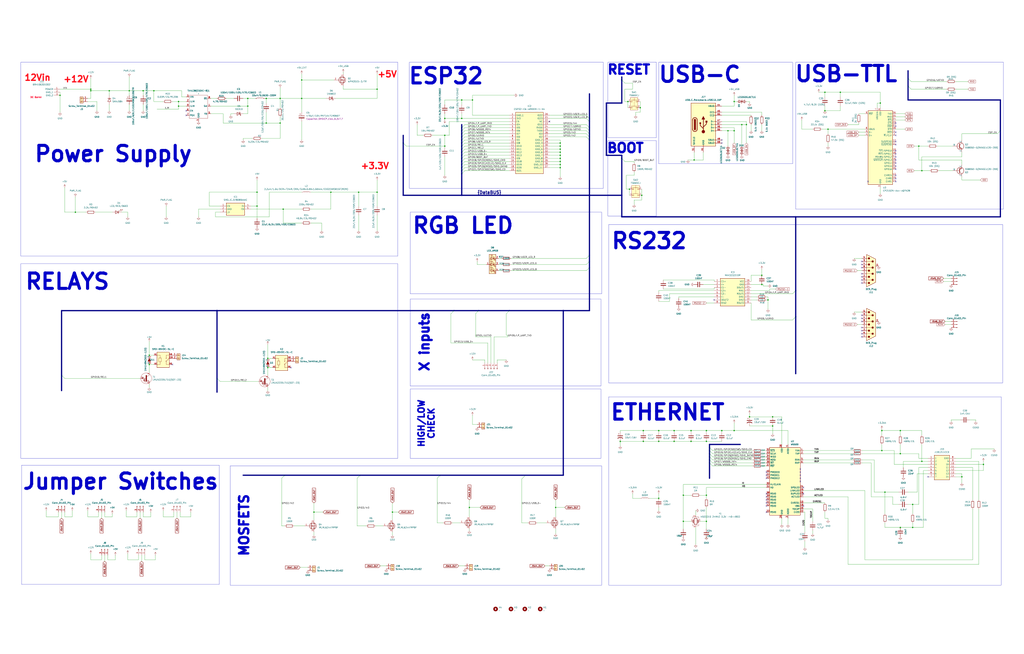
<source format=kicad_sch>
(kicad_sch (version 20231120) (generator "eeschema") (generator_version "8.0")
  (paper "User" 845 540)
  (bus_alias "DataBUS" (members "GPIO4/LP_UART_RXD" "GPIO5/LP_UART_TXD" "GPIO6/W5500_RSTn" "GPIO7/W5500_INTn" "GPIO0/U1RXD" "GPIO1/U1TXD" "GPIO8/USER_LED_R" "GPIO10/REL1" "GPIO11/REL2" "GPIO12/USB_D-" "GPIO13/USB_D+" "GPIO9/BOOT_BUT" "GPIO18/SPI2D(MOSI)/SDIO_CMD" "GPIO19/SPI2CLK(CLK)/SDIO_CLK" "GPIO20/SPI2Q(MISO)/SDIO_DATA0" "GPIO21/SPI2CS0(CS#)/SDIO_CD" "GPIO22/USER_LED_G" "GPIO23/USER_LED_B" "GPIO15/In4" "GPIO17/U0RXD" "GPIO16/U0TXD" "GPIO3/In3" "GPIO2/In2" "ESP_EN"))
  (junction (at 760.73 381))
  (junction (at 147.32 87.63))
  (junction (at 615.95 102.87))
  (junction (at 458.47 419.1))
  (junction (at 220.98 303.53))
  (junction (at 212.09 158.75))
  (junction (at 311.15 158.75))
  (junction (at 295.91 158.75))
  (junction (at 556.26 355.6))
  (junction (at 204.47 81.28))
  (junction (at 212.09 170.18))
  (junction (at 462.28 138.43))
  (junction (at 233.68 172.72))
  (junction (at 511.81 364.49))
  (junction (at 519.43 156.21))
  (junction (at 462.28 125.73))
  (junction (at 204.47 87.63))
  (junction (at 605.79 107.95))
  (junction (at 605.79 355.6))
  (junction (at 572.77 132.08))
  (junction (at 556.26 364.49))
  (junction (at 683.26 106.68))
  (junction (at 633.73 247.65))
  (junction (at 118.11 74.93))
  (junction (at 582.93 430.53))
  (junction (at 147.32 83.82))
  (junction (at 680.72 76.2))
  (junction (at 753.11 435.61))
  (junction (at 123.19 300.99))
  (junction (at 462.28 130.81))
  (junction (at 49.53 78.74))
  (junction (at 367.03 111.76))
  (junction (at 387.35 419.1))
  (junction (at 730.25 406.4))
  (junction (at 259.08 422.91))
  (junction (at 605.79 83.82))
  (junction (at 106.68 74.93))
  (junction (at 680.72 91.44))
  (junction (at 563.88 408.94))
  (junction (at 127 74.93))
  (junction (at 323.85 422.91))
  (junction (at 693.42 76.2))
  (junction (at 462.28 118.11))
  (junction (at 543.56 364.49))
  (junction (at 219.71 101.6))
  (junction (at 582.93 408.94))
  (junction (at 811.53 383.54))
  (junction (at 381 161.29))
  (junction (at 462.28 135.89))
  (junction (at 74.93 74.93))
  (junction (at 727.71 372.11))
  (junction (at 563.88 430.53))
  (junction (at 595.63 355.6))
  (junction (at 570.23 364.49))
  (junction (at 367.03 97.79))
  (junction (at 381 97.79))
  (junction (at 462.28 128.27))
  (junction (at 543.56 411.48))
  (junction (at 381 82.55))
  (junction (at 62.23 175.26))
  (junction (at 220.98 295.91))
  (junction (at 726.44 85.09))
  (junction (at 179.07 256.54))
  (junction (at 513.08 161.29))
  (junction (at 600.71 107.95))
  (junction (at 618.49 344.17))
  (junction (at 628.65 234.95))
  (junction (at 742.95 435.61))
  (junction (at 758.19 120.65))
  (junction (at 628.65 227.33))
  (junction (at 530.86 355.6))
  (junction (at 543.56 355.6))
  (junction (at 367.03 120.65))
  (junction (at 793.75 393.7))
  (junction (at 311.15 73.66))
  (junction (at 231.14 81.28))
  (junction (at 231.14 101.6))
  (junction (at 612.14 102.87))
  (junction (at 528.32 88.9))
  (junction (at 248.92 66.04))
  (junction (at 742.95 374.65))
  (junction (at 248.92 81.28))
  (junction (at 464.82 256.54))
  (junction (at 753.11 416.56))
  (junction (at 637.54 344.17))
  (junction (at 462.28 120.65))
  (junction (at 90.17 74.93))
  (junction (at 486.41 161.29))
  (junction (at 518.16 83.82))
  (junction (at 570.23 355.6))
  (junction (at 656.59 179.07))
  (junction (at 273.05 158.75))
  (junction (at 530.86 364.49))
  (junction (at 727.71 355.6))
  (junction (at 462.28 133.35))
  (junction (at 742.95 355.6))
  (junction (at 637.54 351.79))
  (junction (at 529.59 161.29))
  (junction (at 123.19 293.37))
  (junction (at 389.89 82.55))
  (junction (at 760.73 140.97))
  (junction (at 582.93 364.49))
  (junction (at 462.28 123.19))
  (junction (at 582.93 355.6))
  (junction (at 74.93 73.66))
  (junction (at 219.71 81.28))
  (no_connect (at 660.4 389.89))
  (no_connect (at 632.46 417.83))
  (no_connect (at 632.46 415.29))
  (no_connect (at 632.46 394.97))
  (no_connect (at 711.2 260.35))
  (no_connect (at 632.46 412.75))
  (no_connect (at 739.14 147.32))
  (no_connect (at 711.2 218.44))
  (no_connect (at 589.28 247.65))
  (no_connect (at 739.14 139.7))
  (no_connect (at 711.2 270.51))
  (no_connect (at 716.28 149.86))
  (no_connect (at 711.2 220.98))
  (no_connect (at 739.14 111.76))
  (no_connect (at 711.2 278.13))
  (no_connect (at 632.46 410.21))
  (no_connect (at 662.94 407.67))
  (no_connect (at 739.14 109.22))
  (no_connect (at 632.46 389.89))
  (no_connect (at 595.63 118.11))
  (no_connect (at 662.94 417.83))
  (no_connect (at 711.2 228.6))
  (no_connect (at 240.03 303.53))
  (no_connect (at 739.14 101.6))
  (no_connect (at 662.94 402.59))
  (no_connect (at 739.14 134.62))
  (no_connect (at 632.46 422.91))
  (no_connect (at 739.14 104.14))
  (no_connect (at 142.24 300.99))
  (no_connect (at 660.4 397.51))
  (no_connect (at 453.39 100.33))
  (no_connect (at 711.2 265.43))
  (no_connect (at 632.46 407.67))
  (no_connect (at 739.14 116.84))
  (no_connect (at 153.67 95.25))
  (no_connect (at 765.81 393.7))
  (no_connect (at 739.14 149.86))
  (no_connect (at 711.2 233.68))
  (no_connect (at 711.2 226.06))
  (no_connect (at 739.14 129.54))
  (no_connect (at 711.2 275.59))
  (no_connect (at 739.14 144.78))
  (no_connect (at 632.46 392.43))
  (no_connect (at 711.2 273.05))
  (no_connect (at 660.4 394.97))
  (no_connect (at 739.14 132.08))
  (no_connect (at 739.14 127))
  (no_connect (at 595.63 115.57))
  (no_connect (at 739.14 137.16))
  (no_connect (at 739.14 119.38))
  (no_connect (at 739.14 124.46))
  (no_connect (at 660.4 387.35))
  (no_connect (at 711.2 262.89))
  (no_connect (at 711.2 215.9))
  (no_connect (at 660.4 392.43))
  (no_connect (at 711.2 231.14))
  (no_connect (at 153.67 91.44))
  (bus_entry (at 486.41 115.57) (size -2.54 -2.54))
  (bus_entry (at 381 133.35) (size 2.54 -2.54))
  (bus_entry (at 363.22 392.43) (size -2.54 2.54))
  (bus_entry (at 513.08 66.04) (size 2.54 2.54))
  (bus_entry (at 381 130.81) (size 2.54 -2.54))
  (bus_entry (at 749.3 64.77) (size 2.54 2.54))
  (bus_entry (at 381 120.65) (size 2.54 -2.54))
  (bus_entry (at 656.59 261.62) (size -2.54 2.54))
  (bus_entry (at 381 128.27) (size 2.54 -2.54))
  (bus_entry (at 585.47 379.73) (size 2.54 2.54))
  (bus_entry (at 179.07 312.42) (size 2.54 2.54))
  (bus_entry (at 381 125.73) (size 2.54 -2.54))
  (bus_entry (at 486.41 100.33) (size -2.54 -2.54))
  (bus_entry (at 381 135.89) (size 2.54 -2.54))
  (bus_entry (at 381 138.43) (size 2.54 -2.54))
  (bus_entry (at 749.3 71.12) (size 2.54 2.54))
  (bus_entry (at 433.07 393.065) (size -2.54 2.54))
  (bus_entry (at 381 140.97) (size 2.54 -2.54))
  (bus_entry (at 486.41 210.82) (size -2.54 2.54))
  (bus_entry (at 381 110.49) (size 2.54 -2.54))
  (bus_entry (at 50.8 309.88) (size 2.54 2.54))
  (bus_entry (at 486.41 215.9) (size -2.54 2.54))
  (bus_entry (at 381 107.95) (size 2.54 -2.54))
  (bus_entry (at 585.47 372.11) (size 2.54 2.54))
  (bus_entry (at 381 115.57) (size 2.54 -2.54))
  (bus_entry (at 585.47 369.57) (size 2.54 2.54))
  (bus_entry (at 585.47 382.27) (size 2.54 2.54))
  (bus_entry (at 420.37 256.54) (size -2.54 2.54))
  (bus_entry (at 374.65 256.54) (size -2.54 2.54))
  (bus_entry (at 486.41 105.41) (size -2.54 -2.54))
  (bus_entry (at 332.74 118.11) (size 2.54 2.54))
  (bus_entry (at 585.47 374.65) (size 2.54 2.54))
  (bus_entry (at 486.41 107.95) (size -2.54 -2.54))
  (bus_entry (at 513.08 130.81) (size 2.54 2.54))
  (bus_entry (at 585.47 377.19) (size 2.54 2.54))
  (bus_entry (at 656.59 240.03) (size -2.54 2.54))
  (bus_entry (at 486.41 220.98) (size -2.54 2.54))
  (bus_entry (at 381 113.03) (size 2.54 -2.54))
  (bus_entry (at 486.41 110.49) (size -2.54 -2.54))
  (bus_entry (at 825.5 107.95) (size -2.54 2.54))
  (bus_entry (at 381 143.51) (size 2.54 -2.54))
  (bus_entry (at 297.18 392.43) (size -2.54 2.54))
  (bus_entry (at 234.95 392.43) (size -2.54 2.54))
  (bus_entry (at 381 105.41) (size 2.54 -2.54))
  (bus_entry (at 394.97 256.54) (size -2.54 2.54))
  (bus_entry (at 381 118.11) (size 2.54 -2.54))
  (bus_entry (at 486.41 97.79) (size -2.54 -2.54))
  (bus_entry (at 486.41 113.03) (size -2.54 -2.54))
  (bus_entry (at 381 123.19) (size 2.54 -2.54))
  (wire (pts (xy 367.03 120.65) (xy 367.03 121.92)))
  (bus (pts (xy 749.3 71.12) (xy 749.3 82.55)) (stroke (width 1.016)))
  (wire (pts (xy 582.93 419.1) (xy 582.93 430.53)))
  (wire (pts (xy 95.25 462.28) (xy 88.9 462.28)))
  (wire (pts (xy 410.21 299.72) (xy 410.21 297.18)))
  (wire (pts (xy 367.03 111.76) (xy 367.03 120.65)))
  (wire (pts (xy 730.25 435.61) (xy 742.95 435.61)))
  (wire (pts (xy 708.66 101.6) (xy 708.66 102.87)))
  (wire (pts (xy 383.54 118.11) (xy 420.37 118.11)))
  (wire (pts (xy 811.53 388.62) (xy 811.53 383.54)))
  (wire (pts (xy 311.15 158.75) (xy 295.91 158.75)))
  (wire (pts (xy 137.16 170.18) (xy 137.16 179.07)))
  (wire (pts (xy 370.84 100.33) (xy 370.84 111.76)))
  (wire (pts (xy 595.63 92.71) (xy 628.65 92.71)))
  (wire (pts (xy 595.63 107.95) (xy 600.71 107.95)))
  (wire (pts (xy 807.72 420.37) (xy 807.72 466.09)))
  (wire (pts (xy 726.44 154.94) (xy 726.44 160.02)))
  (wire (pts (xy 543.56 421.64) (xy 543.56 419.1)))
  (wire (pts (xy 72.39 421.64) (xy 72.39 426.72)))
  (bus (pts (xy 381 140.97) (xy 381 143.51)) (stroke (width 1.016)))
  (wire (pts (xy 588.01 382.27) (xy 621.03 382.27)))
  (wire (pts (xy 793.75 110.49) (xy 822.96 110.49)))
  (wire (pts (xy 530.86 355.6) (xy 543.56 355.6)))
  (wire (pts (xy 718.82 410.21) (xy 736.6 410.21)))
  (bus (pts (xy 825.5 82.55) (xy 749.3 82.55)) (stroke (width 1.016)))
  (wire (pts (xy 582.93 436.88) (xy 582.93 430.53)))
  (wire (pts (xy 349.25 111.76) (xy 344.17 111.76)))
  (wire (pts (xy 219.71 81.28) (xy 218.44 81.28)))
  (wire (pts (xy 600.71 107.95) (xy 600.71 120.65)))
  (wire (pts (xy 746.76 96.52) (xy 739.14 96.52)))
  (wire (pts (xy 311.15 177.8) (xy 311.15 190.5)))
  (wire (pts (xy 295.91 158.75) (xy 273.05 158.75)))
  (wire (pts (xy 788.67 393.7) (xy 793.75 393.7)))
  (wire (pts (xy 742.95 374.65) (xy 758.19 374.65)))
  (wire (pts (xy 760.73 129.54) (xy 760.73 140.97)))
  (wire (pts (xy 309.88 434.34) (xy 316.23 434.34)))
  (bus (pts (xy 656.59 179.07) (xy 825.5 179.07)) (stroke (width 1.016)))
  (wire (pts (xy 458.47 412.75) (xy 458.47 419.1)))
  (bus (pts (xy 381 143.51) (xy 381 161.29)) (stroke (width 1.016)))
  (bus (pts (xy 486.41 210.82) (xy 486.41 215.9)) (stroke (width 1.016)))
  (wire (pts (xy 619.76 234.95) (xy 628.65 234.95)))
  (wire (pts (xy 405.13 278.13) (xy 392.43 278.13)))
  (wire (pts (xy 80.01 83.82) (xy 72.39 83.82)))
  (wire (pts (xy 383.54 128.27) (xy 420.37 128.27)))
  (wire (pts (xy 589.28 242.57) (xy 552.45 242.57)))
  (wire (pts (xy 589.28 238.76) (xy 589.28 237.49)))
  (wire (pts (xy 53.34 154.94) (xy 53.34 175.26)))
  (wire (pts (xy 563.88 436.88) (xy 563.88 430.53)))
  (wire (pts (xy 116.84 458.47) (xy 116.84 463.55)))
  (wire (pts (xy 619.76 250.19) (xy 619.76 264.16)))
  (wire (pts (xy 283.21 60.96) (xy 283.21 59.69)))
  (wire (pts (xy 453.39 135.89) (xy 462.28 135.89)))
  (wire (pts (xy 515.62 73.66) (xy 515.62 83.82)))
  (wire (pts (xy 323.85 422.91) (xy 323.85 429.26)))
  (wire (pts (xy 462.28 125.73) (xy 462.28 128.27)))
  (wire (pts (xy 273.05 158.75) (xy 256.54 158.75)))
  (wire (pts (xy 143.51 426.72) (xy 134.62 426.72)))
  (wire (pts (xy 383.54 135.89) (xy 420.37 135.89)))
  (wire (pts (xy 765.81 388.62) (xy 762 388.62)))
  (wire (pts (xy 801.37 378.46) (xy 788.67 378.46)))
  (wire (pts (xy 265.43 184.15) (xy 256.54 184.15)))
  (wire (pts (xy 387.35 438.15) (xy 387.35 436.88)))
  (wire (pts (xy 453.39 130.81) (xy 462.28 130.81)))
  (wire (pts (xy 723.9 85.09) (xy 726.44 85.09)))
  (wire (pts (xy 157.48 426.72) (xy 148.59 426.72)))
  (wire (pts (xy 543.56 241.3) (xy 543.56 240.03)))
  (wire (pts (xy 401.32 218.44) (xy 393.7 218.44)))
  (wire (pts (xy 582.93 355.6) (xy 595.63 355.6)))
  (wire (pts (xy 367.03 111.76) (xy 370.84 111.76)))
  (bus (pts (xy 486.41 100.33) (xy 486.41 105.41)) (stroke (width 1.016)))
  (bus (pts (xy 486.41 256.54) (xy 464.82 256.54)) (stroke (width 1.016)))
  (wire (pts (xy 543.56 364.49) (xy 556.26 364.49)))
  (wire (pts (xy 773.43 120.65) (xy 786.13 120.65)))
  (wire (pts (xy 628.65 227.33) (xy 628.65 222.25)))
  (wire (pts (xy 212.09 158.75) (xy 212.09 148.59)))
  (wire (pts (xy 774.7 140.97) (xy 786.13 140.97)))
  (wire (pts (xy 62.23 175.26) (xy 53.34 175.26)))
  (wire (pts (xy 74.93 73.66) (xy 49.53 73.66)))
  (wire (pts (xy 74.93 73.66) (xy 74.93 74.93)))
  (wire (pts (xy 793.75 115.57) (xy 793.75 110.49)))
  (bus (pts (xy 381 123.19) (xy 381 125.73)) (stroke (width 1.016)))
  (wire (pts (xy 805.18 347.98) (xy 805.18 346.71)))
  (wire (pts (xy 407.67 278.13) (xy 419.1 278.13)))
  (wire (pts (xy 727.71 354.33) (xy 727.71 355.6)))
  (wire (pts (xy 190.5 95.25) (xy 190.5 93.98)))
  (bus (pts (xy 332.74 118.11) (xy 332.74 161.29)) (stroke (width 1.016)))
  (wire (pts (xy 683.26 106.68) (xy 713.74 106.68)))
  (wire (pts (xy 234.95 434.34) (xy 232.41 434.34)))
  (wire (pts (xy 462.28 123.19) (xy 462.28 125.73)))
  (wire (pts (xy 453.39 107.95) (xy 483.87 107.95)))
  (wire (pts (xy 618.49 341.63) (xy 618.49 344.17)))
  (bus (pts (xy 381 105.41) (xy 381 107.95)) (stroke (width 1.016)))
  (wire (pts (xy 295.91 177.8) (xy 295.91 190.5)))
  (bus (pts (xy 381 115.57) (xy 381 118.11)) (stroke (width 1.016)))
  (bus (pts (xy 585.47 377.19) (xy 585.47 379.73)) (stroke (width 1.016)))
  (wire (pts (xy 588.01 384.81) (xy 621.03 384.81)))
  (wire (pts (xy 574.04 421.64) (xy 574.04 425.45)))
  (wire (pts (xy 516.89 156.21) (xy 519.43 156.21)))
  (wire (pts (xy 207.01 170.18) (xy 212.09 170.18)))
  (wire (pts (xy 765.81 381) (xy 760.73 381)))
  (wire (pts (xy 453.39 113.03) (xy 483.87 113.03)))
  (wire (pts (xy 453.39 115.57) (xy 462.28 115.57)))
  (wire (pts (xy 383.54 115.57) (xy 420.37 115.57)))
  (wire (pts (xy 212.09 170.18) (xy 212.09 180.34)))
  (wire (pts (xy 410.21 297.18) (xy 417.83 297.18)))
  (wire (pts (xy 760.73 140.97) (xy 767.08 140.97)))
  (wire (pts (xy 754.38 140.97) (xy 760.73 140.97)))
  (wire (pts (xy 746.76 93.98) (xy 739.14 93.98)))
  (wire (pts (xy 758.19 120.65) (xy 765.81 120.65)))
  (wire (pts (xy 259.08 422.91) (xy 266.7 422.91)))
  (wire (pts (xy 389.89 78.74) (xy 424.18 78.74)))
  (wire (pts (xy 80.01 91.44) (xy 80.01 83.82)))
  (wire (pts (xy 751.84 67.31) (xy 781.05 67.31)))
  (wire (pts (xy 543.56 240.03) (xy 589.28 240.03)))
  (wire (pts (xy 521.97 68.58) (xy 521.97 73.66)))
  (wire (pts (xy 38.1 421.64) (xy 38.1 426.72)))
  (wire (pts (xy 115.57 422.91) (xy 115.57 427.99)))
  (wire (pts (xy 521.97 411.48) (xy 521.97 407.67)))
  (wire (pts (xy 751.84 73.66) (xy 781.05 73.66)))
  (wire (pts (xy 521.97 73.66) (xy 515.62 73.66)))
  (wire (pts (xy 88.9 462.28) (xy 88.9 458.47)))
  (wire (pts (xy 419.1 276.86) (xy 417.83 276.86)))
  (wire (pts (xy 383.54 120.65) (xy 420.37 120.65)))
  (wire (pts (xy 256.54 172.72) (xy 273.05 172.72)))
  (wire (pts (xy 106.68 78.74) (xy 106.68 74.93)))
  (wire (pts (xy 762 435.61) (xy 753.11 435.61)))
  (wire (pts (xy 730.25 406.4) (xy 721.36 406.4)))
  (wire (pts (xy 552.45 248.92) (xy 543.56 248.92)))
  (wire (pts (xy 664.21 452.12) (xy 664.21 447.04)))
  (wire (pts (xy 59.69 421.64) (xy 59.69 426.72)))
  (wire (pts (xy 233.68 184.15) (xy 233.68 172.72)))
  (bus (pts (xy 50.8 309.88) (xy 50.8 322.58)) (stroke (width 1.016)))
  (wire (pts (xy 619.76 245.11) (xy 624.84 245.11)))
  (wire (pts (xy 311.15 158.75) (xy 311.15 170.18)))
  (wire (pts (xy 90.17 86.36) (xy 90.17 91.44)))
  (wire (pts (xy 53.34 426.72) (xy 53.34 422.91)))
  (wire (pts (xy 528.32 92.71) (xy 528.32 88.9)))
  (bus (pts (xy 585.47 374.65) (xy 585.47 377.19)) (stroke (width 1.016)))
  (wire (pts (xy 389.89 95.25) (xy 389.89 82.55)))
  (wire (pts (xy 730.25 406.4) (xy 730.25 424.18)))
  (wire (pts (xy 248.92 60.96) (xy 248.92 66.04)))
  (wire (pts (xy 90.17 74.93) (xy 74.93 74.93)))
  (wire (pts (xy 753.11 435.61) (xy 742.95 435.61)))
  (wire (pts (xy 419.1 276.86) (xy 419.1 278.13)))
  (wire (pts (xy 746.76 99.06) (xy 739.14 99.06)))
  (wire (pts (xy 462.28 115.57) (xy 462.28 118.11)))
  (wire (pts (xy 662.94 379.73) (xy 703.58 379.73)))
  (wire (pts (xy 713.74 405.13) (xy 713.74 462.28)))
  (wire (pts (xy 788.67 381) (xy 807.72 381)))
  (wire (pts (xy 605.79 107.95) (xy 605.79 118.11)))
  (wire (pts (xy 726.44 85.09) (xy 726.44 88.9)))
  (wire (pts (xy 148.59 426.72) (xy 148.59 422.91)))
  (wire (pts (xy 367.03 93.98) (xy 367.03 97.79)))
  (bus (pts (xy 381 125.73) (xy 381 128.27)) (stroke (width 1.016)))
  (wire (pts (xy 360.68 394.97) (xy 360.68 431.8)))
  (wire (pts (xy 577.85 408.94) (xy 582.93 408.94)))
  (bus (pts (xy 381 133.35) (xy 381 135.89)) (stroke (width 1.016)))
  (bus (pts (xy 656.59 261.62) (xy 656.59 308.61)) (stroke (width 1.016)))
  (wire (pts (xy 595.63 100.33) (xy 615.95 100.33)))
  (bus (pts (xy 297.18 392.43) (xy 363.22 392.43)) (stroke (width 1.016)))
  (wire (pts (xy 127 74.93) (xy 118.11 74.93)))
  (wire (pts (xy 726.44 76.2) (xy 726.44 85.09)))
  (wire (pts (xy 200.66 81.28) (xy 204.47 81.28)))
  (wire (pts (xy 370.84 100.33) (xy 420.37 100.33)))
  (wire (pts (xy 74.93 64.77) (xy 74.93 73.66)))
  (wire (pts (xy 181.61 175.26) (xy 177.8 175.26)))
  (wire (pts (xy 50.8 422.91) (xy 50.8 427.99)))
  (wire (pts (xy 742.95 367.03) (xy 742.95 374.65)))
  (wire (pts (xy 745.49 386.08) (xy 745.49 381)))
  (wire (pts (xy 802.64 386.08) (xy 802.64 412.75)))
  (wire (pts (xy 113.03 426.72) (xy 104.14 426.72)))
  (bus (pts (xy 585.47 372.11) (xy 585.47 374.65)) (stroke (width 1.016)))
  (wire (pts (xy 276.86 81.28) (xy 311.15 81.28)))
  (wire (pts (xy 181.61 314.96) (xy 213.36 314.96)))
  (wire (pts (xy 683.26 110.49) (xy 683.26 106.68)))
  (wire (pts (xy 421.64 223.52) (xy 483.87 223.52)))
  (wire (pts (xy 123.19 307.34) (xy 123.19 300.99)))
  (wire (pts (xy 645.16 427.99) (xy 645.16 433.07)))
  (bus (pts (xy 381 110.49) (xy 381 113.03)) (stroke (width 1.016)))
  (wire (pts (xy 589.28 238.76) (xy 547.37 238.76)))
  (wire (pts (xy 231.14 72.39) (xy 231.14 81.28)))
  (wire (pts (xy 453.39 110.49) (xy 483.87 110.49)))
  (wire (pts (xy 742.95 355.6) (xy 760.73 355.6)))
  (wire (pts (xy 805.18 346.71) (xy 800.1 346.71)))
  (wire (pts (xy 523.24 142.24) (xy 523.24 144.78)))
  (wire (pts (xy 650.24 367.03) (xy 650.24 355.6)))
  (wire (pts (xy 128.27 462.28) (xy 119.38 462.28)))
  (wire (pts (xy 704.85 213.36) (xy 711.2 213.36)))
  (wire (pts (xy 48.26 426.72) (xy 38.1 426.72)))
  (bus (pts (xy 825.5 107.95) (xy 825.5 82.55)) (stroke (width 1.016)))
  (wire (pts (xy 106.68 63.5) (xy 106.68 74.93)))
  (bus (pts (xy 486.41 161.29) (xy 486.41 210.82)) (stroke (width 1.016)))
  (wire (pts (xy 323.85 415.29) (xy 323.85 422.91)))
  (wire (pts (xy 589.28 245.11) (xy 560.07 245.11)))
  (bus (pts (xy 585.47 367.03) (xy 585.47 369.57)) (stroke (width 1.016)))
  (wire (pts (xy 220.98 303.53) (xy 224.79 303.53)))
  (wire (pts (xy 802.64 462.28) (xy 802.64 420.37)))
  (wire (pts (xy 524.51 92.71) (xy 528.32 92.71)))
  (wire (pts (xy 462.28 128.27) (xy 462.28 130.81)))
  (wire (pts (xy 220.98 295.91) (xy 224.79 295.91)))
  (wire (pts (xy 582.93 355.6) (xy 582.93 356.87)))
  (wire (pts (xy 727.71 355.6) (xy 727.71 359.41)))
  (wire (pts (xy 756.92 406.4) (xy 756.92 391.16)))
  (wire (pts (xy 628.65 372.11) (xy 632.46 372.11)))
  (wire (pts (xy 760.73 381) (xy 760.73 367.03)))
  (wire (pts (xy 793.75 391.16) (xy 788.67 391.16)))
  (wire (pts (xy 515.62 133.35) (xy 523.24 133.35)))
  (wire (pts (xy 519.43 156.21) (xy 519.43 161.29)))
  (wire (pts (xy 387.35 412.75) (xy 387.35 419.1)))
  (wire (pts (xy 231.14 88.9) (xy 231.14 81.28)))
  (wire (pts (xy 453.39 128.27) (xy 462.28 128.27)))
  (wire (pts (xy 612.14 102.87) (xy 615.95 102.87)))
  (bus (pts (xy 486.41 97.79) (xy 486.41 100.33)) (stroke (width 1.016)))
  (wire (pts (xy 582.93 364.49) (xy 595.63 364.49)))
  (wire (pts (xy 173.99 87.63) (xy 204.47 87.63)))
  (wire (pts (xy 595.63 95.25) (xy 619.76 95.25)))
  (wire (pts (xy 458.47 440.69) (xy 458.47 436.88)))
  (wire (pts (xy 453.39 125.73) (xy 462.28 125.73)))
  (wire (pts (xy 453.39 105.41) (xy 483.87 105.41)))
  (wire (pts (xy 600.71 107.95) (xy 605.79 107.95)))
  (bus (pts (xy 656.59 179.07) (xy 656.59 240.03)) (stroke (width 1.016)))
  (wire (pts (xy 760.73 359.41) (xy 760.73 355.6)))
  (wire (pts (xy 114.3 462.28) (xy 105.41 462.28)))
  (wire (pts (xy 753.11 416.56) (xy 753.11 424.18)))
  (wire (pts (xy 529.59 165.1) (xy 529.59 161.29)))
  (wire (pts (xy 383.54 105.41) (xy 420.37 105.41)))
  (bus (pts (xy 381 135.89) (xy 381 138.43)) (stroke (width 1.016)))
  (wire (pts (xy 283.21 71.12) (xy 283.21 73.66)))
  (wire (pts (xy 577.85 430.53) (xy 582.93 430.53)))
  (wire (pts (xy 383.54 125.73) (xy 420.37 125.73)))
  (wire (pts (xy 219.71 101.6) (xy 219.71 92.71)))
  (wire (pts (xy 231.14 101.6) (xy 219.71 101.6)))
  (bus (pts (xy 513.08 63.5) (xy 513.08 66.04)) (stroke (width 1.016)))
  (wire (pts (xy 753.11 431.8) (xy 753.11 435.61)))
  (wire (pts (xy 383.54 138.43) (xy 420.37 138.43)))
  (wire (pts (xy 402.59 299.72) (xy 402.59 283.21)))
  (wire (pts (xy 453.39 123.19) (xy 462.28 123.19)))
  (wire (pts (xy 588.01 372.11) (xy 621.03 372.11)))
  (bus (pts (xy 500.38 85.09) (xy 513.08 85.09)) (stroke (width 1.016)))
  (wire (pts (xy 736.6 416.56) (xy 741.68 416.56)))
  (wire (pts (xy 372.11 259.08) (xy 372.11 283.21)))
  (wire (pts (xy 582.93 250.19) (xy 589.28 250.19)))
  (wire (pts (xy 105.41 179.07) (xy 105.41 175.26)))
  (wire (pts (xy 683.26 427.99) (xy 680.72 427.99)))
  (wire (pts (xy 149.86 74.93) (xy 127 74.93)))
  (wire (pts (xy 147.32 83.82) (xy 153.67 83.82)))
  (wire (pts (xy 453.39 138.43) (xy 462.28 138.43)))
  (wire (pts (xy 190.5 93.98) (xy 193.04 93.98)))
  (wire (pts (xy 453.39 95.25) (xy 483.87 95.25)))
  (wire (pts (xy 231.14 81.28) (xy 219.71 81.28)))
  (wire (pts (xy 528.32 411.48) (xy 521.97 411.48)))
  (wire (pts (xy 511.81 355.6) (xy 530.86 355.6)))
  (wire (pts (xy 184.15 101.6) (xy 219.71 101.6)))
  (wire (pts (xy 619.76 232.41) (xy 619.76 227.33)))
  (wire (pts (xy 675.64 76.2) (xy 680.72 76.2)))
  (wire (pts (xy 615.95 102.87) (xy 615.95 118.11)))
  (wire (pts (xy 78.74 175.26) (xy 92.71 175.26)))
  (wire (pts (xy 515.62 68.58) (xy 521.97 68.58)))
  (wire (pts (xy 295.91 170.18) (xy 295.91 158.75)))
  (wire (pts (xy 605.79 355.6) (xy 605.79 349.25)))
  (wire (pts (xy 680.72 87.63) (xy 680.72 91.44)))
  (wire (pts (xy 730.25 431.8) (xy 730.25 435.61)))
  (wire (pts (xy 311.15 73.66) (xy 311.15 60.96)))
  (wire (pts (xy 745.49 381) (xy 760.73 381)))
  (wire (pts (xy 149.86 80.01) (xy 149.86 74.93)))
  (wire (pts (xy 383.54 102.87) (xy 420.37 102.87)))
  (wire (pts (xy 233.68 172.72) (xy 248.92 172.72)))
  (wire (pts (xy 680.72 427.99) (xy 680.72 422.91)))
  (wire (pts (xy 173.99 81.28) (xy 179.07 81.28)))
  (wire (pts (xy 801.37 370.84) (xy 820.42 370.84)))
  (wire (pts (xy 458.47 419.1) (xy 466.09 419.1)))
  (wire (pts (xy 628.65 382.27) (xy 632.46 382.27)))
  (bus (pts (xy 234.95 392.43) (xy 297.18 392.43)) (stroke (width 1.016)))
  (wire (pts (xy 793.75 148.59) (xy 793.75 146.05)))
  (wire (pts (xy 83.82 458.47) (xy 83.82 462.28)))
  (wire (pts (xy 105.41 462.28) (xy 105.41 457.2)))
  (wire (pts (xy 356.87 111.76) (xy 367.03 111.76)))
  (wire (pts (xy 742.95 355.6) (xy 727.71 355.6)))
  (wire (pts (xy 543.56 355.6) (xy 556.26 355.6)))
  (wire (pts (xy 618.49 344.17) (xy 637.54 344.17)))
  (wire (pts (xy 119.38 462.28) (xy 119.38 458.47)))
  (wire (pts (xy 628.65 95.25) (xy 628.65 92.71)))
  (wire (pts (xy 247.65 468.63) (xy 254 468.63)))
  (wire (pts (xy 572.77 125.73) (xy 572.77 132.08)))
  (wire (pts (xy 758.19 374.65) (xy 758.19 378.46)))
  (wire (pts (xy 662.94 420.37) (xy 670.56 420.37)))
  (wire (pts (xy 742.95 359.41) (xy 742.95 355.6)))
  (wire (pts (xy 572.77 132.08) (xy 580.39 132.08)))
  (bus (pts (xy 381 161.29) (xy 486.41 161.29)) (stroke (width 1.016)))
  (wire (pts (xy 605.79 355.6) (xy 650.24 355.6)))
  (wire (pts (xy 123.19 300.99) (xy 127 300.99)))
  (wire (pts (xy 435.61 431.8) (xy 430.53 431.8)))
  (wire (pts (xy 367.03 129.54) (xy 367.03 144.78)))
  (wire (pts (xy 629.92 236.22) (xy 629.92 234.95)))
  (wire (pts (xy 393.7 218.44) (xy 393.7 215.9)))
  (wire (pts (xy 128.27 458.47) (xy 128.27 462.28)))
  (bus (pts (xy 585.47 382.27) (xy 585.47 394.97)) (stroke (width 1.016)))
  (wire (pts (xy 83.82 422.91) (xy 83.82 427.99)))
  (bus (pts (xy 381 120.65) (xy 381 123.19)) (stroke (width 1.016)))
  (wire (pts (xy 402.59 283.21) (xy 372.11 283.21)))
  (wire (pts (xy 574.04 435.61) (xy 574.04 449.58)))
  (wire (pts (xy 661.67 99.06) (xy 661.67 106.68)))
  (wire (pts (xy 74.93 457.2) (xy 74.93 462.28)))
  (wire (pts (xy 59.69 426.72) (xy 53.34 426.72)))
  (wire (pts (xy 693.42 91.44) (xy 680.72 91.44)))
  (wire (pts (xy 523.24 168.91) (xy 523.24 165.1)))
  (wire (pts (xy 323.85 422.91) (xy 328.93 422.91)))
  (wire (pts (xy 563.88 430.53) (xy 570.23 430.53)))
  (wire (pts (xy 389.89 342.9) (xy 389.89 350.52)))
  (bus (pts (xy 486.41 215.9) (xy 486.41 220.98)) (stroke (width 1.016)))
  (wire (pts (xy 612.14 102.87) (xy 612.14 120.65)))
  (wire (pts (xy 618.49 351.79) (xy 637.54 351.79)))
  (wire (pts (xy 181.61 172.72) (xy 163.83 172.72)))
  (wire (pts (xy 124.46 426.72) (xy 118.11 426.72)))
  (wire (pts (xy 633.73 245.11) (xy 633.73 247.65)))
  (wire (pts (xy 383.54 123.19) (xy 420.37 123.19)))
  (bus (pts (xy 486.41 77.47) (xy 486.41 97.79)) (stroke (width 1.016)))
  (wire (pts (xy 618.49 83.82) (xy 618.49 85.09)))
  (wire (pts (xy 118.11 86.36) (xy 118.11 91.44)))
  (wire (pts (xy 106.68 86.36) (xy 106.68 91.44)))
  (wire (pts (xy 758.19 386.08) (xy 765.81 386.08)))
  (wire (pts (xy 453.39 120.65) (xy 462.28 120.65)))
  (bus (pts (xy 179.07 256.54) (xy 50.8 256.54)) (stroke (width 1.016)))
  (wire (pts (xy 758.19 132.08) (xy 758.19 120.65)))
  (wire (pts (xy 762 388.62) (xy 762 435.61)))
  (bus (pts (xy 363.22 392.43) (xy 464.82 392.43)) (stroke (width 1.016)))
  (wire (pts (xy 389.89 350.52) (xy 393.7 350.52)))
  (wire (pts (xy 595.63 356.87) (xy 595.63 355.6)))
  (wire (pts (xy 793.75 135.89) (xy 793.75 132.08)))
  (wire (pts (xy 570.23 364.49) (xy 582.93 364.49)))
  (wire (pts (xy 367.03 97.79) (xy 381 97.79)))
  (wire (pts (xy 367.03 86.36) (xy 367.03 82.55)))
  (wire (pts (xy 511.81 364.49) (xy 530.86 364.49)))
  (wire (pts (xy 204.47 93.98) (xy 204.47 87.63)))
  (wire (pts (xy 637.54 344.17) (xy 645.16 344.17)))
  (wire (pts (xy 219.71 85.09) (xy 219.71 81.28)))
  (wire (pts (xy 335.28 120.65) (xy 367.03 120.65)))
  (wire (pts (xy 708.66 102.87) (xy 699.77 102.87)))
  (wire (pts (xy 248.92 100.33) (xy 248.92 115.57)))
  (bus (pts (xy 585.47 369.57) (xy 585.47 372.11)) (stroke (width 1.016)))
  (wire (pts (xy 118.11 78.74) (xy 118.11 74.93)))
  (wire (pts (xy 615.95 83.82) (xy 618.49 83.82)))
  (wire (pts (xy 711.2 382.27) (xy 718.82 382.27)))
  (wire (pts (xy 528.32 83.82) (xy 528.32 88.9)))
  (wire (pts (xy 633.73 236.22) (xy 629.92 236.22)))
  (wire (pts (xy 248.92 92.71) (xy 248.92 81.28)))
  (wire (pts (xy 749.3 406.4) (xy 756.92 406.4)))
  (wire (pts (xy 186.69 81.28) (xy 193.04 81.28)))
  (wire (pts (xy 595.63 87.63) (xy 605.79 87.63)))
  (wire (pts (xy 127 83.82) (xy 127 74.93)))
  (wire (pts (xy 637.54 351.79) (xy 637.54 358.14)))
  (wire (pts (xy 381 93.98) (xy 381 97.79)))
  (wire (pts (xy 633.73 255.27) (xy 633.73 247.65)))
  (wire (pts (xy 86.36 458.47) (xy 86.36 463.55)))
  (wire (pts (xy 129.54 90.17) (xy 147.32 90.17)))
  (wire (pts (xy 635 238.76) (xy 635 240.03)))
  (wire (pts (xy 632.46 400.05) (xy 563.88 400.05)))
  (wire (pts (xy 588.01 374.65) (xy 621.03 374.65)))
  (wire (pts (xy 173.99 93.98) (xy 184.15 93.98)))
  (wire (pts (xy 756.92 391.16) (xy 765.81 391.16)))
  (wire (pts (xy 758.19 378.46) (xy 765.81 378.46)))
  (wire (pts (xy 552.45 242.57) (xy 552.45 248.92)))
  (bus (pts (xy 381 130.81) (xy 381 133.35)) (stroke (width 1.016)))
  (bus (pts (xy 179.07 256.54) (xy 179.07 312.42)) (stroke (width 1.016)))
  (wire (pts (xy 784.86 346.71) (xy 784.86 347.98)))
  (wire (pts (xy 741.68 406.4) (xy 730.25 406.4)))
  (wire (pts (xy 147.32 87.63) (xy 147.32 83.82)))
  (wire (pts (xy 632.46 245.11) (xy 633.73 245.11)))
  (wire (pts (xy 146.05 422.91) (xy 146.05 427.99)))
  (wire (pts (xy 383.54 113.03) (xy 420.37 113.03)))
  (wire (pts (xy 118.11 426.72) (xy 118.11 422.91)))
  (bus (pts (xy 332.74 111.76) (xy 332.74 118.11)) (stroke (width 1.016)))
  (wire (pts (xy 754.38 120.65) (xy 758.19 120.65)))
  (bus (pts (xy 420.37 256.54) (xy 464.82 256.54)) (stroke (width 1.016)))
  (wire (pts (xy 92.71 424.18) (xy 92.71 426.72)))
  (wire (pts (xy 453.39 133.35) (xy 462.28 133.35)))
  (bus (pts (xy 513.08 128.27) (xy 513.08 130.81)) (stroke (width 1.016)))
  (wire (pts (xy 605.79 105.41) (xy 595.63 105.41)))
  (wire (pts (xy 788.67 67.31) (xy 798.83 67.31)))
  (wire (pts (xy 793.75 398.78) (xy 793.75 393.7)))
  (bus (pts (xy 374.65 256.54) (xy 394.97 256.54)) (stroke (width 1.016)))
  (wire (pts (xy 683.26 427.99) (xy 683.26 429.26)))
  (wire (pts (xy 184.15 93.98) (xy 184.15 101.6)))
  (wire (pts (xy 123.19 317.5) (xy 123.19 320.04)))
  (wire (pts (xy 711.2 374.65) (xy 742.95 374.65)))
  (wire (pts (xy 62.23 162.56) (xy 62.23 175.26)))
  (wire (pts (xy 529.59 156.21) (xy 529.59 161.29)))
  (wire (pts (xy 693.42 76.2) (xy 726.44 76.2)))
  (wire (pts (xy 157.48 422.91) (xy 157.48 426.72)))
  (wire (pts (xy 215.9 114.3) (xy 231.14 114.3)))
  (wire (pts (xy 453.39 118.11) (xy 462.28 118.11)))
  (wire (pts (xy 400.05 297.18) (xy 389.89 297.18)))
  (wire (pts (xy 417.83 276.86) (xy 417.83 259.08)))
  (wire (pts (xy 788.67 383.54) (xy 811.53 383.54)))
  (wire (pts (xy 683.26 118.11) (xy 683.26 120.65)))
  (wire (pts (xy 383.54 140.97) (xy 420.37 140.97)))
  (wire (pts (xy 739.14 106.68) (xy 746.76 106.68)))
  (wire (pts (xy 588.01 379.73) (xy 621.03 379.73)))
  (wire (pts (xy 670.56 420.37) (xy 670.56 430.53)))
  (wire (pts (xy 683.26 106.68) (xy 678.18 106.68)))
  (bus (pts (xy 656.59 240.03) (xy 656.59 261.62)) (stroke (width 1.016)))
  (wire (pts (xy 570.23 355.6) (xy 582.93 355.6)))
  (wire (pts (xy 736.6 410.21) (xy 736.6 416.56)))
  (wire (pts (xy 792.48 346.71) (xy 784.86 346.71)))
  (wire (pts (xy 453.39 97.79) (xy 483.87 97.79)))
  (bus (pts (xy 513.08 130.81) (xy 513.08 161.29)) (stroke (width 1.016)))
  (wire (pts (xy 523.24 133.35) (xy 523.24 134.62)))
  (wire (pts (xy 147.32 87.63) (xy 147.32 90.17)))
  (wire (pts (xy 200.66 114.3) (xy 200.66 115.57)))
  (bus (pts (xy 486.41 220.98) (xy 486.41 256.54)) (stroke (width 1.016)))
  (wire (pts (xy 95.25 458.47) (xy 95.25 462.28)))
  (wire (pts (xy 389.89 78.74) (xy 389.89 82.55)))
  (bus (pts (xy 486.41 107.95) (xy 486.41 110.49)) (stroke (width 1.016)))
  (wire (pts (xy 311.15 81.28) (xy 311.15 73.66)))
  (wire (pts (xy 143.51 422.91) (xy 143.51 426.72)))
  (wire (pts (xy 645.16 367.03) (xy 645.16 344.17)))
  (wire (pts (xy 707.39 267.97) (xy 711.2 267.97)))
  (wire (pts (xy 222.25 158.75) (xy 248.92 158.75)))
  (wire (pts (xy 313.69 467.36) (xy 318.77 467.36)))
  (wire (pts (xy 248.92 66.04) (xy 275.59 66.04)))
  (wire (pts (xy 708.66 111.76) (xy 713.74 111.76)))
  (wire (pts (xy 628.65 379.73) (xy 632.46 379.73)))
  (bus (pts (xy 200.66 392.43) (xy 234.95 392.43)) (stroke (width 1.016)))
  (wire (pts (xy 134.62 426.72) (xy 134.62 421.64)))
  (wire (pts (xy 367.03 97.79) (xy 367.03 99.06)))
  (wire (pts (xy 708.66 93.98) (xy 713.74 93.98)))
  (wire (pts (xy 421.64 218.44) (xy 483.87 218.44)))
  (wire (pts (xy 72.39 426.72) (xy 81.28 426.72)))
  (wire (pts (xy 788.67 388.62) (xy 811.53 388.62)))
  (wire (pts (xy 172.72 158.75) (xy 212.09 158.75)))
  (wire (pts (xy 515.62 83.82) (xy 518.16 83.82)))
  (bus (pts (xy 486.41 110.49) (xy 486.41 113.03)) (stroke (width 1.016)))
  (wire (pts (xy 628.65 377.19) (xy 632.46 377.19)))
  (wire (pts (xy 220.98 320.04) (xy 220.98 322.58)))
  (wire (pts (xy 556.26 364.49) (xy 570.23 364.49)))
  (wire (pts (xy 582.93 402.59) (xy 632.46 402.59)))
  (wire (pts (xy 582.93 444.5) (xy 582.93 443.23)))
  (wire (pts (xy 204.47 81.28) (xy 210.82 81.28)))
  (wire (pts (xy 123.19 281.94) (xy 123.19 293.37)))
  (wire (pts (xy 662.94 374.65) (xy 703.58 374.65)))
  (wire (pts (xy 462.28 118.11) (xy 462.28 120.65)))
  (wire (pts (xy 580.39 132.08) (xy 580.39 125.73)))
  (wire (pts (xy 383.54 107.95) (xy 420.37 107.95)))
  (wire (pts (xy 74.93 74.93) (xy 74.93 81.28)))
  (wire (pts (xy 560.07 245.11) (xy 560.07 246.38)))
  (wire (pts (xy 793.75 393.7) (xy 793.75 391.16)))
  (wire (pts (xy 582.93 402.59) (xy 582.93 408.94)))
  (bus (pts (xy 825.5 179.07) (xy 825.5 107.95)) (stroke (width 1.016)))
  (wire (pts (xy 83.82 462.28) (xy 74.93 462.28)))
  (wire (pts (xy 511.81 364.49) (xy 511.81 368.3)))
  (wire (pts (xy 727.71 372.11) (xy 711.2 372.11)))
  (wire (pts (xy 323.85 441.96) (xy 323.85 439.42)))
  (wire (pts (xy 801.37 370.84) (xy 801.37 378.46)))
  (bus (pts (xy 513.08 179.07) (xy 656.59 179.07)) (stroke (width 1.016)))
  (wire (pts (xy 802.64 462.28) (xy 713.74 462.28)))
  (wire (pts (xy 793.75 125.73) (xy 793.75 129.54)))
  (wire (pts (xy 222.25 179.07) (xy 222.25 158.75)))
  (wire (pts (xy 635 240.03) (xy 619.76 240.03)))
  (wire (pts (xy 220.98 284.48) (xy 220.98 295.91)))
  (bus (pts (xy 486.41 105.41) (xy 486.41 107.95)) (stroke (width 1.016)))
  (wire (pts (xy 86.36 426.72) (xy 86.36 422.91)))
  (wire (pts (xy 662.94 372.11) (xy 703.58 372.11)))
  (wire (pts (xy 118.11 74.93) (xy 106.68 74.93)))
  (wire (pts (xy 163.83 172.72) (xy 163.83 179.07)))
  (bus (pts (xy 394.97 256.54) (xy 420.37 256.54)) (stroke (width 1.016)))
  (bus (pts (xy 332.74 161.29) (xy 381 161.29)) (stroke (width 1.016)))
  (wire (pts (xy 81.28 426.72) (xy 81.28 422.91)))
  (wire (pts (xy 220.98 309.88) (xy 220.98 303.53)))
  (wire (pts (xy 392.43 259.08) (xy 392.43 278.13)))
  (bus (pts (xy 513.08 66.04) (xy 513.08 85.09)) (stroke (width 1.016)))
  (wire (pts (xy 570.23 408.94) (xy 563.88 408.94)))
  (bus (pts (xy 513.08 128.27) (xy 500.38 128.27)) (stroke (width 1.016)))
  (wire (pts (xy 808.99 148.59) (xy 793.75 148.59)))
  (wire (pts (xy 449.58 467.36) (xy 453.39 467.36)))
  (wire (pts (xy 381 82.55) (xy 389.89 82.55)))
  (wire (pts (xy 605.79 87.63) (xy 605.79 83.82)))
  (wire (pts (xy 396.24 419.1) (xy 387.35 419.1)))
  (bus (pts (xy 381 102.87) (xy 381 105.41)) (stroke (width 1.016)))
  (wire (pts (xy 294.64 394.97) (xy 294.64 434.34)))
  (wire (pts (xy 535.94 411.48) (xy 543.56 411.48)))
  (wire (pts (xy 778.51 229.87) (xy 784.86 229.87)))
  (wire (pts (xy 387.35 419.1) (xy 387.35 426.72)))
  (bus (pts (xy 749.3 64.77) (xy 749.3 71.12)) (stroke (width 1.016)))
  (wire (pts (xy 524.51 95.25) (xy 524.51 92.71)))
  (wire (pts (xy 248.92 184.15) (xy 233.68 184.15)))
  (wire (pts (xy 383.54 110.49) (xy 420.37 110.49)))
  (wire (pts (xy 134.62 83.82) (xy 127 83.82)))
  (wire (pts (xy 414.02 218.44) (xy 411.48 218.44)))
  (wire (pts (xy 283.21 73.66) (xy 311.15 73.66)))
  (wire (pts (xy 718.82 382.27) (xy 718.82 410.21)))
  (wire (pts (xy 650.24 427.99) (xy 650.24 433.07)))
  (wire (pts (xy 462.28 133.35) (xy 462.28 135.89)))
  (wire (pts (xy 619.76 264.16) (xy 654.05 264.16)))
  (wire (pts (xy 721.36 379.73) (xy 721.36 406.4)))
  (wire (pts (xy 208.28 114.3) (xy 200.66 114.3)))
  (bus (pts (xy 381 113.03) (xy 381 115.57)) (stroke (width 1.016)))
  (bus (pts (xy 381 128.27) (xy 381 130.81)) (stroke (width 1.016)))
  (wire (pts (xy 248.92 66.04) (xy 248.92 81.28)))
  (wire (pts (xy 207.01 172.72) (xy 233.68 172.72)))
  (wire (pts (xy 619.76 242.57) (xy 654.05 242.57)))
  (wire (pts (xy 92.71 426.72) (xy 86.36 426.72)))
  (bus (pts (xy 486.41 115.57) (xy 486.41 161.29)) (stroke (width 1.016)))
  (wire (pts (xy 153.67 87.63) (xy 147.32 87.63)))
  (wire (pts (xy 90.17 78.74) (xy 90.17 74.93)))
  (wire (pts (xy 523.24 144.78) (xy 516.89 144.78)))
  (wire (pts (xy 543.56 407.67) (xy 543.56 411.48)))
  (wire (pts (xy 462.28 138.43) (xy 462.28 146.05)))
  (wire (pts (xy 749.3 416.56) (xy 753.11 416.56)))
  (wire (pts (xy 567.69 132.08) (xy 572.77 132.08)))
  (wire (pts (xy 265.43 190.5) (xy 265.43 184.15)))
  (wire (pts (xy 302.26 434.34) (xy 294.64 434.34)))
  (wire (pts (xy 570.23 355.6) (xy 570.23 356.87)))
  (wire (pts (xy 664.21 422.91) (xy 662.94 422.91)))
  (wire (pts (xy 699.77 410.21) (xy 699.77 466.09)))
  (wire (pts (xy 523.24 165.1) (xy 529.59 165.1)))
  (wire (pts (xy 589.28 231.14) (xy 589.28 232.41)))
  (wire (pts (xy 259.08 422.91) (xy 259.08 429.26)))
  (wire (pts (xy 458.47 419.1) (xy 458.47 426.72)))
  (wire (pts (xy 693.42 87.63) (xy 693.42 91.44)))
  (wire (pts (xy 662.94 410.21) (xy 699.77 410.21)))
  (wire (pts (xy 231.14 96.52) (xy 231.14 101.6)))
  (bus (pts (xy 486.41 161.29) (xy 513.08 161.29)) (stroke (width 1.016)))
  (wire (pts (xy 177.8 175.26) (xy 177.8 179.07)))
  (wire (pts (xy 430.53 395.605) (xy 430.53 431.8)))
  (bus (pts (xy 381 107.95) (xy 381 110.49)) (stroke (width 1.016)))
  (wire (pts (xy 737.87 383.54) (xy 737.87 372.11)))
  (wire (pts (xy 779.78 265.43) (xy 784.86 265.43)))
  (wire (pts (xy 758.19 416.56) (xy 758.19 386.08)))
  (wire (pts (xy 407.67 299.72) (xy 407.67 278.13)))
  (wire (pts (xy 421.64 213.36) (xy 483.87 213.36)))
  (bus (pts (xy 50.8 256.54) (xy 50.8 309.88)) (stroke (width 1.016)))
  (wire (pts (xy 582.93 411.48) (xy 582.93 408.94)))
  (bus (pts (xy 464.82 256.54) (xy 464.82 392.43)) (stroke (width 1.016)))
  (wire (pts (xy 635 238.76) (xy 640.08 238.76)))
  (wire (pts (xy 273.05 172.72) (xy 273.05 158.75)))
  (wire (pts (xy 778.51 232.41) (xy 784.86 232.41)))
  (wire (pts (xy 123.19 293.37) (xy 127 293.37)))
  (wire (pts (xy 344.17 111.76) (xy 344.17 102.87)))
  (wire (pts (xy 414.02 213.36) (xy 411.48 213.36)))
  (wire (pts (xy 788.67 73.66) (xy 798.83 73.66)))
  (wire (pts (xy 530.86 355.6) (xy 530.86 356.87)))
  (bus (pts (xy 585.47 379.73) (xy 585.47 382.27)) (stroke (width 1.016)))
  (bus (pts (xy 381 118.11) (xy 381 120.65)) (stroke (width 1.016)))
  (wire (pts (xy 516.89 144.78) (xy 516.89 156.21)))
  (wire (pts (xy 53.34 312.42) (xy 115.57 312.42)))
  (wire (pts (xy 633.73 247.65) (xy 632.46 247.65)))
  (wire (pts (xy 405.13 299.72) (xy 405.13 278.13)))
  (wire (pts (xy 212.09 170.18) (xy 212.09 158.75)))
  (wire (pts (xy 662.94 405.13) (xy 713.74 405.13)))
  (wire (pts (xy 556.26 355.6) (xy 570.23 355.6)))
  (wire (pts (xy 177.8 179.07) (xy 222.25 179.07)))
  (wire (pts (xy 443.23 431.8) (xy 450.85 431.8)))
  (wire (pts (xy 788.67 386.08) (xy 802.64 386.08)))
  (bus (pts (xy 179.07 312.42) (xy 179.07 323.85)) (stroke (width 1.016)))
  (wire (pts (xy 628.65 384.81) (xy 632.46 384.81)))
  (wire (pts (xy 383.54 130.81) (xy 420.37 130.81)))
  (wire (pts (xy 619.76 247.65) (xy 624.84 247.65)))
  (wire (pts (xy 807.72 381) (xy 807.72 412.75)))
  (wire (pts (xy 232.41 394.97) (xy 232.41 434.34)))
  (wire (pts (xy 619.76 227.33) (xy 628.65 227.33)))
  (wire (pts (xy 373.38 431.8) (xy 379.73 431.8)))
  (bus (pts (xy 179.07 256.54) (xy 374.65 256.54)) (stroke (width 1.016)))
  (wire (pts (xy 662.94 382.27) (xy 703.58 382.27)))
  (wire (pts (xy 142.24 83.82) (xy 147.32 83.82)))
  (wire (pts (xy 629.92 234.95) (xy 628.65 234.95)))
  (wire (pts (xy 72.39 81.28) (xy 74.93 81.28)))
  (wire (pts (xy 628.65 102.87) (xy 628.65 107.95)))
  (wire (pts (xy 530.86 364.49) (xy 543.56 364.49)))
  (wire (pts (xy 693.42 76.2) (xy 693.42 80.01)))
  (wire (pts (xy 381 86.36) (xy 381 82.55)))
  (wire (pts (xy 204.47 81.28) (xy 204.47 87.63)))
  (wire (pts (xy 556.26 355.6) (xy 556.26 356.87)))
  (wire (pts (xy 124.46 422.91) (xy 124.46 426.72)))
  (wire (pts (xy 104.14 421.64) (xy 104.14 426.72)))
  (wire (pts (xy 588.01 377.19) (xy 621.03 377.19)))
  (wire (pts (xy 381 97.79) (xy 420.37 97.79)))
  (wire (pts (xy 106.68 74.93) (xy 90.17 74.93)))
  (wire (pts (xy 662.94 415.29) (xy 680.72 415.29)))
  (wire (pts (xy 753.11 416.56) (xy 758.19 416.56)))
  (wire (pts (xy 113.03 422.91) (xy 113.03 426.72)))
  (wire (pts (xy 231.14 114.3) (xy 231.14 101.6)))
  (wire (pts (xy 723.9 88.9) (xy 723.9 85.09)))
  (wire (pts (xy 367.03 82.55) (xy 381 82.55)))
  (wire (pts (xy 114.3 458.47) (xy 114.3 462.28)))
  (wire (pts (xy 595.63 355.6) (xy 605.79 355.6)))
  (wire (pts (xy 259.08 415.29) (xy 259.08 422.91)))
  (wire (pts (xy 462.28 120.65) (xy 462.28 123.19)))
  (wire (pts (xy 589.28 231.14) (xy 547.37 231.14)))
  (wire (pts (xy 311.15 148.59) (xy 311.15 158.75)))
  (bus (pts (xy 381 138.43) (xy 381 140.97)) (stroke (width 1.016)))
  (wire (pts (xy 670.56 106.68) (xy 661.67 106.68)))
  (wire (pts (xy 71.12 175.26) (xy 62.23 175.26)))
  (wire (pts (xy 605.79 83.82) (xy 608.33 83.82)))
  (wire (pts (xy 518.16 83.82) (xy 518.16 88.9)))
  (wire (pts (xy 48.26 422.91) (xy 48.26 426.72)))
  (wire (pts (xy 105.41 175.26) (xy 100.33 175.26)))
  (wire (pts (xy 707.39 223.52) (xy 711.2 223.52)))
  (wire (pts (xy 563.88 408.94) (xy 563.88 430.53)))
  (wire (pts (xy 378.46 467.36) (xy 383.54 467.36)))
  (wire (pts (xy 153.67 80.01) (xy 149.86 80.01)))
  (wire (pts (xy 605.79 107.95) (xy 605.79 105.41)))
  (wire (pts (xy 580.39 234.95) (xy 589.28 234.95)))
  (wire (pts (xy 365.76 431.8) (xy 360.68 431.8)))
  (wire (pts (xy 49.53 76.2) (xy 49.53 78.74)))
  (wire (pts (xy 248.92 81.28) (xy 269.24 81.28)))
  (bus (pts (xy 500.38 128.27) (xy 500.38 85.09)) (stroke (width 1.016)))
  (wire (pts (xy 765.81 383.54) (xy 737.87 383.54)))
  (wire (pts (xy 721.36 379.73) (xy 711.2 379.73)))
  (wire (pts (xy 737.87 372.11) (xy 727.71 372.11)))
  (wire (pts (xy 400.05 299.72) (xy 400.05 297.18)))
  (wire (pts (xy 793.75 132.08) (xy 758.19 132.08)))
  (wire (pts (xy 807.72 466.09) (xy 699.77 466.09)))
  (wire (pts (xy 200.66 93.98) (xy 204.47 93.98)))
  (wire (pts (xy 389.89 95.25) (xy 420.37 95.25)))
  (wire (pts (xy 619.76 102.87) (xy 619.76 107.95)))
  (bus (pts (xy 749.3 58.42) (xy 749.3 64.77)) (stroke (width 1.016)))
  (wire (pts (xy 49.53 78.74) (xy 49.53 92.71)))
  (bus (pts (xy 513.08 161.29) (xy 513.08 179.07)) (stroke (width 1.016)))
  (wire (pts (xy 670.56 440.69) (xy 670.56 438.15)))
  (wire (pts (xy 811.53 383.54) (xy 811.53 381)))
  (wire (pts (xy 595.63 102.87) (xy 612.14 102.87)))
  (wire (pts (xy 664.21 422.91) (xy 664.21 439.42)))
  (wire (pts (xy 563.88 400.05) (xy 563.88 408.94)))
  (wire (pts (xy 793.75 129.54) (xy 760.73 129.54)))
  (wire (pts (xy 680.72 80.01) (xy 680.72 76.2)))
  (bus (pts (xy 486.41 113.03) (xy 486.41 115.57)) (stroke (width 1.016)))
  (wire (pts (xy 462.28 135.89) (xy 462.28 138.43)))
  (wire (pts (xy 181.61 170.18) (xy 172.72 170.18)))
  (wire (pts (xy 172.72 170.18) (xy 172.72 158.75)))
  (bus (pts (xy 610.87 367.03) (xy 585.47 367.03)) (stroke (width 1.016)))
  (wire (pts (xy 453.39 102.87) (xy 483.87 102.87)))
  (wire (pts (xy 462.28 130.81) (xy 462.28 133.35)))
  (wire (pts (xy 615.95 102.87) (xy 615.95 100.33)))
  (wire (pts (xy 511.81 356.87) (xy 511.81 355.6)))
  (wire (pts (xy 259.08 441.96) (xy 259.08 439.42)))
  (wire (pts (xy 414.02 223.52) (xy 411.48 223.52)))
  (wire (pts (xy 248.92 81.28) (xy 231.14 81.28)))
  (wire (pts (xy 628.65 374.65) (xy 632.46 374.65)))
  (wire (pts (xy 708.66 109.22) (xy 713.74 109.22)))
  (wire (pts (xy 605.79 83.82) (xy 605.79 78.74)))
  (wire (pts (xy 727.71 367.03) (xy 727.71 372.11)))
  (wire (pts (xy 779.78 267.97) (xy 784.86 267.97)))
  (wire (pts (xy 704.85 257.81) (xy 711.2 257.81)))
  (wire (pts (xy 543.56 355.6) (xy 543.56 356.87)))
  (wire (pts (xy 242.57 434.34) (xy 251.46 434.34)))
  (wire (pts (xy 383.54 133.35) (xy 420.37 133.35)))
  (wire (pts (xy 680.72 76.2) (xy 693.42 76.2)))
  (rectangle (start 501.65 116.205) (end 541.655 178.435))
  (rectangle (start 17.78 384.175) (end 180.975 482.6))
  (rectangle (start 656.59 51.435) (end 828.04 172.72))
  (rectangle (start 501.65 51.435) (end 541.655 113.665))
  (rectangle (start 338.455 321.31) (end 495.935 378.46))
  (rectangle (start 338.455 175.26) (end 496.57 242.57))
  (rectangle (start 508 51.435) (end 508 51.435))
  (rectangle (start 337.82 51.435) (end 497.84 155.575))
  (rectangle (start 338.455 247.015) (end 495.935 318.77))
  (rectangle (start 17.145 51.435) (end 328.295 211.455))
  (rectangle (start 543.56 51.435) (end 654.05 135.255))
  (rectangle (start 17.145 217.805) (end 328.295 378.46))
  (rectangle (start 508 116.205) (end 508 116.205))
  (rectangle (start 502.285 327.66) (end 826.135 483.235))
  (rectangle (start 502.285 185.42) (end 827.405 316.23))
  (rectangle (start 189.865 384.81) (end 496.57 483.235))
  (text "BOOT" (at 516.128 122.428 0) (effects (font (size 7.62 7.62) (thickness 2.54) (bold yes))))
  (text "12Vin" (at 30.988 64.262 0) (effects (font (size 5.08 5.08) (thickness 1.016) (bold yes))))
  (text "USB-C" (at 577.342 61.722 0) (effects (font (size 12.7 12.7) (thickness 2.54) (bold yes))))
  (text "ETHERNET" (at 550.926 340.614 0) (effects (font (size 12.7 12.7) (thickness 2.54) (bold yes))))
  (text "+5V" (at 319.532 61.468 0) (effects (font (size 5.08 5.08) (thickness 1.016) (bold yes))))
  (text "Jumper Switches" (at 99.568 397.764 0) (effects (font (size 12.7 12.7) (thickness 2.54) (bold yes))))
  (text "HIGH/LOW\nCHECK" (at 351.79 349.758 90) (effects (font (size 5.08 5.08) (thickness 2.54) (bold yes))))
  (text "RESET" (at 518.922 57.658 0) (effects (font (size 7.62 7.62) (thickness 2.54) (bold yes))))
  (text "X inputs" (at 350.266 282.448 90) (effects (font (size 7.62 7.62) (thickness 2.54) (bold yes))))
  (text "USB-TTL" (at 698.246 61.214 0) (effects (font (size 12.7 12.7) (thickness 2.54) (bold yes))))
  (text "Power Supply" (at 93.472 127.254 0) (effects (font (size 12.7 12.7) (thickness 2.54) (bold yes))))
  (text "DC Barrel" (at 29.718 80.518 0) (effects (font (size 1.27 1.27) (thickness 0.254) (bold yes))))
  (text "RELAYS" (at 55.626 232.664 0) (effects (font (size 12.7 12.7) (thickness 2.54) (bold yes))))
  (text "+3.3V" (at 309.372 137.16 0) (effects (font (size 5.08 5.08) (thickness 1.016) (bold yes))))
  (text "MOSFETS" (at 201.422 433.832 90) (effects (font (size 7.62 7.62) (thickness 2.54) (bold yes))))
  (text "RS232" (at 535.686 199.136 0) (effects (font (size 12.7 12.7) (thickness 2.54) (bold yes))))
  (text "+12V" (at 62.738 65.532 0) (effects (font (size 5.08 5.08) (thickness 1.016) (bold yes))))
  (text "RGB LED" (at 382.016 186.436 0) (effects (font (size 12.7 12.7) (thickness 2.54) (bold yes))))
  (text "ESP32" (at 368.046 62.992 0) (effects (font (size 12.7 12.7) (thickness 2.54) (bold yes))))
  (label "GPIO0{slash}U1RXD" (at 386.08 113.03 0))
  (label "GPIO5{slash}LP_UART_TXD" (at 386.08 105.41 0))
  (label "GPIO13{slash}USB_D+" (at 374.65 283.21 0))
  (label "GPIO18{slash}SPI2D(MOSI){slash}SDIO_CMD" (at 589.28 379.73 0))
  (label "GPIO11{slash}REL2" (at 190.5 314.96 0))
  (label "RXP" (at 671.83 382.27 0) (effects (font (thickness 0.254) (bold yes))))
  (label "GPIO8{slash}USER_LED_R" (at 386.08 118.11 0))
  (label "TXP" (at 671.83 374.65 0) (effects (font (thickness 0.254) (bold yes))))
  (label "GPIO21{slash}SPI2CS0(CS#){slash}SDIO_CD" (at 589.28 372.11 0))
  (label "GPIO10{slash}REL1" (at 386.08 120.65 0))
  (label "GPIO5{slash}LP_UART_TXD" (at 419.1 278.13 0))
  (label "GPIO12{slash}USB_D-" (at 430.53 416.56 0))
  (label "GPIO13{slash}USB_D+" (at 386.08 128.27 0))
  (label "XI" (at 612.14 400.05 0) (effects (font (thickness 0.254) (bold yes))))
  (label "{DataBUS}" (at 393.7 161.29 0) (effects (font (size 2.54 2.54) (thickness 0.508) (bold yes))))
  (label "GPIO1{slash}U1TXD" (at 386.08 115.57 0))
  (label "GPIO21{slash}SPI2CS0(CS#){slash}SDIO_CD" (at 386.08 140.97 0))
  (label "GPIO0{slash}U1RXD" (at 624.84 264.16 0))
  (label "GPIO11{slash}REL2" (at 386.08 123.19 0))
  (label "ESP_EN" (at 815.34 110.49 0))
  (label "GPIO18{slash}SPI2D(MOSI){slash}SDIO_CMD" (at 386.08 133.35 0))
  (label "LINKLED" (at 671.83 405.13 0) (effects (font (thickness 0.254) (bold yes))))
  (label "GPIO20{slash}SPI2Q(MISO){slash}SDIO_DATA0" (at 589.28 377.19 0))
  (label "TXN" (at 671.83 372.11 0) (effects (font (thickness 0.254) (bold yes))))
  (label "GPIO8{slash}USER_LED_R" (at 422.91 213.36 0))
  (label "GPIO22{slash}USER_LED_G" (at 422.91 218.44 0))
  (label "RXN" (at 671.83 379.73 0) (effects (font (thickness 0.254) (bold yes))))
  (label "GPIO19{slash}SPI2CLK(CLK){slash}SDIO_CLK" (at 386.08 135.89 0))
  (label "VIN" (at 52.07 73.66 0))
  (label "EXRES1" (at 670.56 415.29 0) (effects (font (thickness 0.254) (bold yes))))
  (label "GPIO22{slash}USER_LED_G" (at 464.82 95.25 0))
  (label "TOCAP" (at 670.56 427.99 90) (effects (font (thickness 0.254) (bold yes))))
  (label "ILIM" (at 135.89 90.17 0))
  (label "GPIO2{slash}In2" (at 232.41 416.56 0))
  (label "GPIO12{slash}USB_D-" (at 386.08 125.73 0))
  (label "GPIO15{slash}In4" (at 360.68 416.56 0))
  (label "GPIO9{slash}BOOT_BUT" (at 386.08 130.81 0))
  (label "1V2O" (at 664.21 434.34 90) (effects (font (thickness 0.254) (bold yes))))
  (label "GPIO17{slash}U0RXD" (at 464.82 105.41 0))
  (label "GPIO10{slash}REL1" (at 74.93 312.42 0))
  (label "GPIO16{slash}U0TXD" (at 764.54 67.31 0))
  (label "GPIO6{slash}W5500_RSTn" (at 386.08 107.95 0))
  (label "GPIO6{slash}W5500_RSTn" (at 589.28 384.81 0))
  (label "GPIO20{slash}SPI2Q(MISO){slash}SDIO_DATA0" (at 386.08 138.43 0))
  (label "GPIO2{slash}In2" (at 464.82 113.03 0))
  (label "XO" (at 612.14 402.59 0) (effects (font (thickness 0.254) (bold yes))))
  (label "GPIO15{slash}In4" (at 464.82 102.87 0))
  (label "GPIO4{slash}LP_UART_RXD" (at 631.19 242.57 0))
  (label "GPIO4{slash}LP_UART_RXD" (at 386.08 102.87 0))
  (label "ESP_EN" (at 521.97 68.58 0))
  (label "GPIO23{slash}USER_LED_B" (at 464.82 97.79 0))
  (label "GPIO23{slash}USER_LED_B" (at 422.91 223.52 0))
  (label "GPIO19{slash}SPI2CLK(CLK){slash}SDIO_CLK" (at 589.28 374.65 0))
  (label "GPIO7{slash}W5500_INTn" (at 589.28 382.27 0))
  (label "ACTLED" (at 671.83 410.21 0) (effects (font (thickness 0.254) (bold yes))))
  (label "GPIO16{slash}U0TXD" (at 464.82 107.95 0))
  (label "GPIO17{slash}U0RXD" (at 763.27 73.66 0))
  (label "GPIO9{slash}BOOT_BUT" (at 523.24 133.35 0))
  (label "GPIO1{slash}U1TXD" (at 392.43 278.13 0))
  (label "GPIO7{slash}W5500_INTn" (at 386.08 110.49 0))
  (label "GPIO3{slash}In3" (at 294.64 420.37 0))
  (label "GPIO3{slash}In3" (at 464.82 110.49 0))
  (label "ESP_EN" (at 351.79 120.65 0))
  (global_label "JSW6_OUT" (shape input) (at 779.78 265.43 180) (effects (font (thickness 0.254) (bold yes))) (property "Intersheetrefs" "${INTERSHEET_REFS}" (effects (hide yes))))
  (global_label "R1IN" (shape input) (at 778.51 232.41 180) (property "Intersheetrefs" "${INTERSHEET_REFS}" (effects (hide yes))))
  (global_label "TXD" (shape input) (at 746.76 93.98 0) (property "Intersheetrefs" "${INTERSHEET_REFS}" (effects (hide yes))))
  (global_label "RXD" (shape input) (at 798.83 67.31 0) (property "Intersheetrefs" "${INTERSHEET_REFS}" (effects (hide yes))))
  (global_label "RTS" (shape input) (at 754.38 140.97 180) (property "Intersheetrefs" "${INTERSHEET_REFS}" (effects (hide yes))))
  (global_label "ESP_3V3" (shape input) (at 699.77 102.87 180) (property "Intersheetrefs" "${INTERSHEET_REFS}" (effects (hide yes))))
  (global_label "USB_DP" (shape input) (at 708.66 111.76 180) (property "Intersheetrefs" "${INTERSHEET_REFS}" (effects (hide yes))))
  (global_label "JSW1_OUT" (shape input) (at 259.08 415.29 90) (effects (font (thickness 0.254) (bold yes))) (property "Intersheetrefs" "${INTERSHEET_REFS}" (effects (hide yes))))
  (global_label "RS232-1" (shape input) (at 640.08 238.76 0) (property "Intersheetrefs" "${INTERSHEET_REFS}" (effects (hide yes))))
  (global_label "JSW3_OUT" (shape input) (at 378.46 467.36 180) (effects (font (thickness 0.254) (bold yes))) (property "Intersheetrefs" "${INTERSHEET_REFS}" (effects (hide yes))))
  (global_label "JSW4_OUT" (shape input) (at 449.58 467.36 180) (effects (font (thickness 0.254) (bold yes))) (property "Intersheetrefs" "${INTERSHEET_REFS}" (effects (hide yes))))
  (global_label "JSW2_OUT" (shape input) (at 83.82 427.99 270) (effects (font (thickness 0.254) (bold yes))) (property "Intersheetrefs" "${INTERSHEET_REFS}" (effects (hide yes))))
  (global_label "DTR" (shape input) (at 754.38 120.65 180) (property "Intersheetrefs" "${INTERSHEET_REFS}" (effects (hide yes))))
  (global_label "JSW5_OUT" (shape input) (at 778.51 229.87 180) (effects (font (thickness 0.254) (bold yes))) (property "Intersheetrefs" "${INTERSHEET_REFS}" (effects (hide yes))))
  (global_label "JSW4_OUT" (shape input) (at 466.09 419.1 0) (effects (font (thickness 0.254) (bold yes))) (property "Intersheetrefs" "${INTERSHEET_REFS}" (effects (hide yes))))
  (global_label "JSW3_OUT" (shape input) (at 115.57 427.99 270) (effects (font (thickness 0.254) (bold yes))) (property "Intersheetrefs" "${INTERSHEET_REFS}" (effects (hide yes))))
  (global_label "JSW1_OUT" (shape input) (at 266.7 422.91 0) (effects (font (thickness 0.254) (bold yes))) (property "Intersheetrefs" "${INTERSHEET_REFS}" (effects (hide yes))))
  (global_label "USB_DP" (shape input) (at 605.79 118.11 270) (property "Intersheetrefs" "${INTERSHEET_REFS}" (effects (hide yes))))
  (global_label "R2IN" (shape input) (at 779.78 267.97 180) (property "Intersheetrefs" "${INTERSHEET_REFS}" (effects (hide yes))))
  (global_label "RXD" (shape input) (at 746.76 96.52 0) (property "Intersheetrefs" "${INTERSHEET_REFS}" (effects (hide yes))))
  (global_label "JSW5_OUT" (shape input) (at 86.36 463.55 270) (effects (font (thickness 0.254) (bold yes))) (property "Intersheetrefs" "${INTERSHEET_REFS}" (effects (hide yes))))
  (global_label "JSW2_OUT" (shape input) (at 323.85 415.29 90) (effects (font (thickness 0.254) (bold yes))) (property "Intersheetrefs" "${INTERSHEET_REFS}" (effects (hide yes))))
  (global_label "RS232-2" (shape input) (at 707.39 267.97 180) (property "Intersheetrefs" "${INTERSHEET_REFS}" (effects (hide yes))))
  (global_label "RS232-1" (shape input) (at 707.39 223.52 180) (property "Intersheetrefs" "${INTERSHEET_REFS}" (effects (hide yes))))
  (global_label "JSW3_OUT" (shape input) (at 387.35 412.75 90) (effects (font (thickness 0.254) (bold yes))) (property "Intersheetrefs" "${INTERSHEET_REFS}" (effects (hide yes))))
  (global_label "TXD" (shape input) (at 798.83 73.66 0) (property "Intersheetrefs" "${INTERSHEET_REFS}" (effects (hide yes))))
  (global_label "USB_DN" (shape input) (at 708.66 109.22 180) (property "Intersheetrefs" "${INTERSHEET_REFS}" (effects (hide yes))))
  (global_label "RTS" (shape input) (at 746.76 99.06 0) (property "Intersheetrefs" "${INTERSHEET_REFS}" (effects (hide yes))))
  (global_label "USB_DN" (shape input) (at 615.95 118.11 270) (property "Intersheetrefs" "${INTERSHEET_REFS}" (effects (hide yes))))
  (global_label "DTR" (shape input) (at 746.76 106.68 0) (property "Intersheetrefs" "${INTERSHEET_REFS}" (effects (hide yes))))
  (global_label "JSW3_OUT" (shape input) (at 396.24 419.1 0) (effects (font (thickness 0.254) (bold yes))) (property "Intersheetrefs" "${INTERSHEET_REFS}" (effects (hide yes))))
  (global_label "RS232-2" (shape input) (at 582.93 250.19 180) (property "Intersheetrefs" "${INTERSHEET_REFS}" (effects (hide yes))))
  (global_label "JSW2_OUT" (shape input) (at 328.93 422.91 0) (effects (font (thickness 0.254) (bold yes))) (property "Intersheetrefs" "${INTERSHEET_REFS}" (effects (hide yes))))
  (global_label "IO0" (shape input) (at 808.99 148.59 0) (property "Intersheetrefs" "${INTERSHEET_REFS}" (effects (hide yes))))
  (global_label "JSW2_OUT" (shape input) (at 313.69 467.36 180) (effects (font (thickness 0.254) (bold yes))) (property "Intersheetrefs" "${INTERSHEET_REFS}" (effects (hide yes))))
  (global_label "JSW4_OUT" (shape input) (at 458.47 412.75 90) (effects (font (thickness 0.254) (bold yes))) (property "Intersheetrefs" "${INTERSHEET_REFS}" (effects (hide yes))))
  (global_label "JSW1_OUT" (shape input) (at 247.65 468.63 180) (effects (font (thickness 0.254) (bold yes))) (property "Intersheetrefs" "${INTERSHEET_REFS}" (effects (hide yes))))
  (global_label "JSW6_OUT" (shape input) (at 116.84 463.55 270) (effects (font (thickness 0.254) (bold yes))) (property "Intersheetrefs" "${INTERSHEET_REFS}" (effects (hide yes))))
  (global_label "JSW4_OUT" (shape input) (at 146.05 427.99 270) (effects (font (thickness 0.254) (bold yes))) (property "Intersheetrefs" "${INTERSHEET_REFS}" (effects (hide yes))))
  (global_label "JSW1_OUT" (shape input) (at 50.8 427.99 270) (effects (font (thickness 0.254) (bold yes))) (property "Intersheetrefs" "${INTERSHEET_REFS}" (effects (hide yes))))
  (symbol (lib_id "Device:R") (at 628.65 99.06 0) (unit 1)
    (property "Reference" "R33" (at 631.19 97.7899 0) (effects (justify left)))
    (property "Value" "5.1k 0603" (at 632.714 109.22 90) (effects (justify left)))
    (property "Footprint" "Resistor_SMD:R_0603_1608Metric" (effects (hide yes)))
    (property "Description" "Resistor" (effects (hide yes)))
  )
  (symbol (lib_id "Device:R") (at 619.76 99.06 0) (unit 1)
    (property "Reference" "R32" (at 622.3 97.7899 0) (effects (justify left)))
    (property "Value" "5.1k 0603" (at 623.57 108.712 90) (effects (justify left)))
    (property "Footprint" "Resistor_SMD:R_0603_1608Metric" (effects (hide yes)))
    (property "Description" "Resistor" (effects (hide yes)))
  )
  (symbol (lib_id "Diode:SS310") (at 196.85 93.98 180) (unit 1)
    (property "Reference" "D5" (at 197.1675 87.63 0))
    (property "Value" "SS310" (at 197.1675 90.17 0))
    (property "Footprint" "customESP_Controller:DIO_SS310" (effects (hide yes)))
    (property "Datasheet" "https://www.microdiode.com/uploadfiles//PDF/SS32-THRU-SS3200-SMA.pdf" (effects (hide yes)))
    (property "Description" "100V 3A Schottky Diode, SMA" (effects (hide yes)))
  )
  (symbol (lib_id "power:GND") (at 163.83 179.07 0) (unit 1)
    (property "Reference" "#PWR012" (effects (hide yes)))
    (property "Value" "GND" (at 163.83 184.15 0))
    (property "Description" "Power symbol creates a global label with name \"GND\" , ground" (effects (hide yes)))
  )
  (symbol (lib_id "power:GND") (at 524.51 95.25 0) (unit 1)
    (property "Reference" "#PWR032" (effects (hide yes)))
    (property "Value" "GND" (at 524.51 100.33 0))
    (property "Description" "Power symbol creates a global label with name \"GND\" , ground" (effects (hide yes)))
  )
  (symbol (lib_id "Device:R") (at 708.66 97.79 0) (unit 1)
    (property "Reference" "R41" (at 703.834 100.584 90) (effects (justify left)))
    (property "Value" "2k (5%)" (at 706.12 101.6 90) (effects (justify left)))
    (property "Footprint" "Resistor_SMD:R_0603_1608Metric" (effects (hide yes)))
    (property "Description" "Resistor" (effects (hide yes)))
  )
  (symbol (lib_id "power:GND") (at 574.04 421.64 90) (unit 1)
    (property "Reference" "#PWR056" (effects (hide yes)))
    (property "Value" "GND" (at 577.85 421.6399 90) (effects (justify right)))
    (property "Description" "Power symbol creates a global label with name \"GND\" , ground" (effects (hide yes)))
  )
  (symbol (lib_id "Device:C") (at 543.56 245.11 0) (unit 1)
    (property "Reference" "C40" (at 547.37 243.8399 0) (effects (justify left)))
    (property "Value" "100nF" (at 547.37 246.3799 0) (effects (justify left)))
    (property "Footprint" "Capacitor_SMD:C_0603_1608Metric" (effects (hide yes)))
    (property "Description" "Unpolarized capacitor" (effects (hide yes)))
  )
  (symbol (lib_id "Connector:Conn_01x03_Pin") (at 115.57 417.83 270) (unit 1)
    (property "Reference" "J6" (at 115.57 412.75 90))
    (property "Value" "Conn_01x03_Pin" (at 115.57 415.29 90))
    (property "Footprint" "Connector_PinHeader_2.54mm:PinHeader_1x03_P2.54mm_Vertical" (effects (hide yes)))
    (property "Description" "Generic connector, single row, 01x03, script generated" (effects (hide yes)))
  )
  (symbol (lib_id "Device:R") (at 742.95 363.22 0) (unit 1)
    (property "Reference" "R28" (at 745.49 361.9499 0) (effects (justify left)))
    (property "Value" "49R9/1%" (at 745.49 364.4899 0) (effects (justify left)))
    (property "Footprint" "Resistor_SMD:R_0402_1005Metric" (effects (hide yes)))
    (property "Description" "Resistor" (effects (hide yes)))
  )
  (symbol (lib_id "Device:R") (at 707.39 379.73 90) (unit 1)
    (property "Reference" "R25" (at 707.39 379.73 90))
    (property "Value" "0R" (at 703.072 378.714 90))
    (property "Footprint" "Resistor_SMD:R_0402_1005Metric" (effects (hide yes)))
    (property "Description" "Resistor" (effects (hide yes)))
  )
  (symbol (lib_id "power:GND") (at 511.81 368.3 0) (unit 1)
    (property "Reference" "#PWR050" (effects (hide yes)))
    (property "Value" "GND" (at 511.81 373.38 0))
    (property "Description" "Power symbol creates a global label with name \"GND\" , ground" (effects (hide yes)))
  )
  (symbol (lib_id "Device:D_TVS") (at 612.14 124.46 90) (unit 1)
    (property "Reference" "D10" (at 609.854 120.142 90) (effects (justify right)))
    (property "Value" "LESD5D5.0CT1G" (at 608.33 118.11 0) (effects (justify right)))
    (property "Footprint" "customESP_Controller:LESD5D5.0CT1G_DTVS" (effects (hide yes)))
    (property "Description" "Bidirectional transient-voltage-suppression diode" (effects (hide yes)))
  )
  (symbol (lib_id "Device:R") (at 683.26 114.3 0) (unit 1)
    (property "Reference" "R40" (at 685.8 113.0299 0) (effects (justify left)))
    (property "Value" "47.5k (5%)" (at 685.8 115.5699 0) (effects (justify left)))
    (property "Footprint" "Resistor_SMD:R_0603_1608Metric" (effects (hide yes)))
    (property "Description" "Resistor" (effects (hide yes)))
  )
  (symbol (lib_id "power:+5V") (at 95.25 458.47 0) (unit 1)
    (property "Reference" "#PWR044" (effects (hide yes)))
    (property "Value" "+5V" (at 95.25 453.39 0))
    (property "Description" "Power symbol creates a global label with name \"+5V\"" (effects (hide yes)))
  )
  (symbol (lib_id "power:GND") (at 600.71 128.27 0) (unit 1)
    (property "Reference" "#PWR082" (effects (hide yes)))
    (property "Value" "GND" (at 600.71 132.334 0))
    (property "Description" "Power symbol creates a global label with name \"GND\" , ground" (effects (hide yes)))
  )
  (symbol (lib_id "Device:R") (at 212.09 114.3 270) (unit 1)
    (property "Reference" "R2" (at 212.852 112.268 90) (effects (justify left)))
    (property "Value" "5.23k/1%/R0402" (at 204.724 117.094 90) (effects (justify left)))
    (property "Footprint" "Resistor_SMD:R_0402_1005Metric" (effects (hide yes)))
    (property "Description" "Resistor" (effects (hide yes)))
  )
  (symbol (lib_id "Device:R") (at 624.84 372.11 90) (unit 1)
    (property "Reference" "R14" (at 624.84 372.11 90))
    (property "Value" "20R" (at 629.412 371.856 90))
    (property "Footprint" "Resistor_SMD:R_0402_1005Metric" (effects (hide yes)))
    (property "Description" "Resistor" (effects (hide yes)))
  )
  (symbol (lib_id "Device:C_Polarized_US") (at 618.49 347.98 0) (unit 1)
    (property "Reference" "C20" (at 622.3 346.0749 0) (effects (justify left)))
    (property "Value" "10uF/16V" (at 622.3 348.6149 0) (effects (justify left)))
    (property "Footprint" "Capacitor_SMD:C_0603_1608Metric" (effects (hide yes)))
    (property "Description" "Polarized capacitor, US symbol" (effects (hide yes)))
  )
  (symbol (lib_id "Device:C") (at 742.95 439.42 180) (unit 1)
    (property "Reference" "C29" (at 739.648 440.182 90))
    (property "Value" "10nF" (at 747.268 439.166 90))
    (property "Footprint" "Capacitor_SMD:C_0402_1005Metric" (effects (hide yes)))
    (property "Description" "Unpolarized capacitor" (effects (hide yes)))
  )
  (symbol (lib_id "Simulation_SPICE:NPN") (at 791.21 120.65 0) (unit 1)
    (property "Reference" "Q2" (at 796.29 119.3799 0) (effects (justify left)))
    (property "Value" "SS8050-G(RANGE:120-200)" (at 796.29 121.9199 0) (effects (justify left)))
    (property "Footprint" "customESP_Controller:SS8050_SOT95P240X115-3N" (effects (hide yes)))
    (property "Datasheet" "https://ngspice.sourceforge.io/docs/ngspice-html-manual/manual.xhtml#cha_BJTs" (effects (hide yes)))
    (property "Description" "Bipolar transistor symbol for simulation only, substrate tied to the emitter" (effects (hide yes)))
    (property "Sim.Device" "NPN" (effects (hide yes)))
    (property "Sim.Type" "GUMMELPOON" (effects (hide yes)))
    (property "Sim.Pins" "1=C 2=B 3=E" (effects (hide yes)))
  )
  (symbol (lib_id "Device:C") (at 311.15 173.99 0) (unit 1)
    (property "Reference" "C8" (at 314.96 172.7199 0) (effects (justify left)))
    (property "Value" "22uF/6.3V/20%/X5R/C0603" (at 308.102 188.468 90) (effects (justify left)))
    (property "Footprint" "Capacitor_SMD:C_0603_1608Metric" (effects (hide yes)))
    (property "Description" "Unpolarized capacitor" (effects (hide yes)))
  )
  (symbol (lib_id "power:+3.3V") (at 675.64 76.2 0) (unit 1)
    (property "Reference" "#PWR070" (effects (hide yes)))
    (property "Value" "+3.3V" (at 675.64 71.12 0))
    (property "Description" "Power symbol creates a global label with name \"+3.3V\"" (effects (hide yes)))
  )
  (symbol (lib_id "Connector:Screw_Terminal_01x02") (at 245.11 295.91 0) (unit 1)
    (property "Reference" "J2" (at 247.65 295.9099 0) (effects (justify left)))
    (property "Value" "Screw_Terminal_01x02" (at 247.65 298.4499 0) (effects (justify left)))
    (property "Footprint" "TerminalBlock:TerminalBlock_Altech_AK300-2_P5.00mm" (effects (hide yes)))
    (property "Description" "Generic screw terminal, single row, 01x02, script generated (kicad-library-utils/schlib/autogen/connector/)" (effects (hide yes)))
  )
  (symbol (lib_id "power:GND") (at 163.83 100.33 0) (unit 1)
    (property "Reference" "#PWR06" (effects (hide yes)))
    (property "Value" "GND" (at 163.83 105.41 0))
    (property "Description" "Power symbol creates a global label with name \"GND\" , ground" (effects (hide yes)))
  )
  (symbol (lib_id "Device:C_Polarized") (at 248.92 96.52 0) (unit 1)
    (property "Reference" "C5" (at 252.73 93.0909 0) (effects (justify left)))
    (property "Value" "470uF/10V/RVT1A471M0607" (at 252.73 95.6309 0) (effects (justify left)))
    (property "Footprint" "Capacitor_SMD:CP_Elec_6.3x7.7" (at 252.73 98.1709 0) (effects (justify left)))
    (property "Description" "Polarized capacitor" (effects (hide yes)))
  )
  (symbol (lib_id "Connector:Conn_01x03_Pin") (at 83.82 417.83 270) (unit 1)
    (property "Reference" "J5" (at 83.82 412.75 90))
    (property "Value" "Conn_01x03_Pin" (at 83.82 415.29 90))
    (property "Footprint" "Connector_PinHeader_2.54mm:PinHeader_1x03_P2.54mm_Vertical" (effects (hide yes)))
    (property "Description" "Generic connector, single row, 01x03, script generated" (effects (hide yes)))
  )
  (symbol (lib_id "ESP32-C6-EVB_Rev_A:D") (at 220.98 299.72 270) (unit 1)
    (property "Reference" "D3" (at 225.425 299.72 90) (effects (justify right)))
    (property "Value" "1N4148W(SOD-123)" (at 217.805 309.245 0) (effects (justify right)))
    (property "Footprint" "customESP_Controller:1N4148W_SODFL3816X120N" (effects (hide yes)))
  )
  (symbol (lib_id "power:+12V") (at 74.93 457.2 0) (unit 1)
    (property "Reference" "#PWR043" (effects (hide yes)))
    (property "Value" "+12V" (at 74.93 452.12 0))
    (property "Description" "Power symbol creates a global label with name \"+12V\"" (effects (hide yes)))
  )
  (symbol (lib_id "Device:Q_PMOS_DGS") (at 280.67 66.04 0) (unit 1)
    (property "Reference" "Q1" (at 287.02 64.7699 0) (effects (justify left)))
    (property "Value" "WPM2015-3/TR" (at 287.02 67.3099 0) (effects (justify left)))
    (property "Footprint" "customESP_Controller:WPM2015-3TR_SOT95P240X130-3N" (effects (hide yes)))
    (property "Description" "P-MOSFET transistor, drain/gate/source" (effects (hide yes)))
  )
  (symbol (lib_id "power:+12V") (at 38.1 421.64 0) (unit 1)
    (property "Reference" "#PWR035" (effects (hide yes)))
    (property "Value" "+12V" (at 38.1 416.56 0))
    (property "Description" "Power symbol creates a global label with name \"+12V\"" (effects (hide yes)))
  )
  (symbol (lib_id "power:GND") (at 725.17 219.71 0) (unit 1)
    (property "Reference" "#PWR077" (effects (hide yes)))
    (property "Value" "GND" (at 725.17 224.79 0))
    (property "Description" "Power symbol creates a global label with name \"GND\" , ground" (effects (hide yes)))
  )
  (symbol (lib_id "power:+12V") (at 74.93 64.77 0) (unit 1)
    (property "Reference" "#PWR034" (effects (hide yes)))
    (property "Value" "+12V" (at 74.93 59.69 0))
    (property "Description" "Power symbol creates a global label with name \"+12V\"" (effects (hide yes)))
  )
  (symbol (lib_id "Device:L") (at 214.63 81.28 90) (unit 1)
    (property "Reference" "L1" (at 214.63 76.2 90))
    (property "Value" "33uH/SL0630-330M" (at 217.932 78.74 90))
    (property "Footprint" "customESP_Controller:SL0630-330M" (effects (hide yes)))
    (property "Description" "Inductor" (effects (hide yes)))
  )
  (symbol (lib_id "Device:LED_ARGB") (at 406.4 218.44 0) (mirror y) (unit 1)
    (property "Reference" "D8" (at 406.4 204.47 0))
    (property "Value" "LED_ARGB" (at 406.4 207.01 0))
    (property "Footprint" "LED_THT:LED_D5.0mm-4_RGB" (effects (hide yes)))
    (property "Description" "RGB LED, anode/red/green/blue" (effects (hide yes)))
  )
  (symbol (lib_id "Interface_USB:CP2102N-Axx-xQFN28") (at 726.44 121.92 0) (unit 1)
    (property "Reference" "U3" (at 728.6341 154.94 0) (effects (justify left)))
    (property "Value" "CP2102N-Axx-xQFN28" (at 728.6341 157.48 0) (effects (justify left)))
    (property "Footprint" "customESP_Controller:CP2102N_QFN50P500X500X80-29N-D" (effects (hide yes)))
    (property "Datasheet" "https://www.silabs.com/documents/public/data-sheets/cp2102n-datasheet.pdf" (effects (hide yes)))
    (property "Description" "USB to UART master bridge, QFN-28" (effects (hide yes)))
  )
  (symbol (lib_id "Device:C") (at 563.88 440.69 0) (unit 1)
    (property "Reference" "C23" (effects (hide yes)))
    (property "Value" "18pF" (at 558.292 442.468 0) (effects (justify left)))
    (property "Footprint" "Capacitor_SMD:C_0402_1005Metric" (effects (hide yes)))
    (property "Description" "Unpolarized capacitor" (effects (hide yes)))
  )
  (symbol (lib_id "power:GND") (at 190.5 95.25 0) (unit 1)
    (property "Reference" "#PWR07" (effects (hide yes)))
    (property "Value" "GND" (at 190.5 100.33 0))
    (property "Description" "Power symbol creates a global label with name \"GND\" , ground" (effects (hide yes)))
  )
  (symbol (lib_id "Device:C") (at 556.26 360.68 0) (unit 1)
    (property "Reference" "C15" (at 560.07 359.4099 0) (effects (justify left)))
    (property "Value" "0.1uF" (at 560.07 361.9499 0) (effects (justify left)))
    (property "Footprint" "Capacitor_SMD:C_0402_1005Metric" (effects (hide yes)))
    (property "Description" "Unpolarized capacitor" (effects (hide yes)))
  )
  (symbol (lib_id "power:+3.3VA") (at 811.53 381 0) (unit 1)
    (property "Reference" "#PWR068" (effects (hide yes)))
    (property "Value" "+3.3V" (at 811.53 375.92 0))
    (property "Description" "Power symbol creates a global label with name \"+3.3VA\"" (effects (hide yes)))
  )
  (symbol (lib_id "Device:C") (at 381 90.17 0) (unit 1)
    (property "Reference" "C9" (at 384.81 88.8999 0) (effects (justify left)))
    (property "Value" "100nF/10V/10%/X7R/C0402" (at 377.444 101.092 90) (effects (justify left)))
    (property "Footprint" "Capacitor_SMD:C_0402_1005Metric" (effects (hide yes)))
    (property "Description" "Unpolarized capacitor" (effects (hide yes)))
  )
  (symbol (lib_id "power:GND") (at 574.04 449.58 0) (unit 1)
    (property "Reference" "#PWR057" (effects (hide yes)))
    (property "Value" "GND" (at 574.04 454.66 0))
    (property "Description" "Power symbol creates a global label with name \"GND\" , ground" (effects (hide yes)))
  )
  (symbol (lib_id "power:GND") (at 212.09 187.96 0) (unit 1)
    (property "Reference" "#PWR011" (effects (hide yes)))
    (property "Value" "GND" (at 212.09 193.04 0))
    (property "Description" "Power symbol creates a global label with name \"GND\" , ground" (effects (hide yes)))
  )
  (symbol (lib_id "Device:D_TVS") (at 612.14 83.82 180) (unit 1)
    (property "Reference" "D9" (at 609.854 88.646 90) (effects (justify right)))
    (property "Value" "LESD5D5.0CT1G" (at 608.584 80.264 0) (effects (justify right)))
    (property "Footprint" "customESP_Controller:LESD5D5.0CT1G_DTVS" (effects (hide yes)))
    (property "Description" "Bidirectional transient-voltage-suppression diode" (effects (hide yes)))
  )
  (symbol (lib_id "power:+12V") (at 105.41 457.2 0) (unit 1)
    (property "Reference" "#PWR045" (effects (hide yes)))
    (property "Value" "+12V" (at 105.41 452.12 0))
    (property "Description" "Power symbol creates a global label with name \"+12V\"" (effects (hide yes)))
  )
  (symbol (lib_id "Device:Crystal_GND24") (at 574.04 430.53 0) (unit 1)
    (property "Reference" "Y1" (at 594.36 424.2114 0))
    (property "Value" "HSO321S 24MHZ 3.3V -40~+85℃" (at 594.36 426.7514 0))
    (property "Footprint" "customESP_Controller:HSO321S" (effects (hide yes)))
    (property "Description" "Four pin crystal, GND on pins 2 and 4" (effects (hide yes)))
  )
  (symbol (lib_id "power:+5V") (at 128.27 458.47 0) (unit 1)
    (property "Reference" "#PWR046" (effects (hide yes)))
    (property "Value" "+5V" (at 128.27 453.39 0))
    (property "Description" "Power symbol creates a global label with name \"+5V\"" (effects (hide yes)))
  )
  (symbol (lib_id "Device:R") (at 707.39 374.65 90) (unit 1)
    (property "Reference" "R21" (at 707.39 374.65 90))
    (property "Value" "0R" (at 703.072 375.666 90))
    (property "Footprint" "Resistor_SMD:R_0402_1005Metric" (effects (hide yes)))
    (property "Description" "Resistor" (effects (hide yes)))
  )
  (symbol (lib_id "Connector:Screw_Terminal_01x02") (at 323.85 467.36 0) (unit 1)
    (property "Reference" "J18" (at 326.39 467.3599 0) (effects (justify left)))
    (property "Value" "Screw_Terminal_01x02" (at 326.39 469.8999 0) (effects (justify left)))
    (property "Footprint" "TerminalBlock:TerminalBlock_Altech_AK300-2_P5.00mm" (effects (hide yes)))
    (property "Description" "Generic screw terminal, single row, 01x02, script generated (kicad-library-utils/schlib/autogen/connector/)" (effects (hide yes)))
  )
  (symbol (lib_id "power:PWR_FLAG") (at 62.23 162.56 0) (unit 1)
    (property "Reference" "#FLG03" (effects (hide yes)))
    (property "Value" "PWR_FLAG" (at 62.23 157.48 0))
    (property "Description" "Special symbol for telling ERC where power comes from" (effects (hide yes)))
  )
  (symbol (lib_id "Connector:Screw_Terminal_01x02") (at 67.31 81.28 0) (mirror y) (unit 1)
    (property "Reference" "J3" (at 67.31 90.17 0))
    (property "Value" "Screw_Terminal_01x02" (at 67.31 87.63 0))
    (property "Footprint" "TerminalBlock:TerminalBlock_Altech_AK300-2_P5.00mm" (effects (hide yes)))
    (property "Description" "Generic screw terminal, single row, 01x02, script generated (kicad-library-utils/schlib/autogen/connector/)" (effects (hide yes)))
  )
  (symbol (lib_id "Device:R") (at 730.25 427.99 0) (unit 1)
    (property "Reference" "R30" (at 732.79 426.7199 0) (effects (justify left)))
    (property "Value" "49R9/1%" (at 732.79 429.2599 0) (effects (justify left)))
    (property "Footprint" "Resistor_SMD:R_0402_1005Metric" (effects (hide yes)))
    (property "Description" "Resistor" (effects (hide yes)))
  )
  (symbol (lib_id "power:PWR_FLAG") (at 137.16 170.18 0) (unit 1)
    (property "Reference" "#FLG04" (effects (hide yes)))
    (property "Value" "PWR_FLAG" (at 137.16 165.1 0))
    (property "Description" "Special symbol for telling ERC where power comes from" (effects (hide yes)))
  )
  (symbol (lib_id "power:GND") (at 323.85 441.96 0) (unit 1)
    (property "Reference" "#PWR024" (effects (hide yes)))
    (property "Value" "GND" (at 323.85 445.77 0))
    (property "Description" "Power symbol creates a global label with name \"GND\" , ground" (effects (hide yes)))
  )
  (symbol (lib_id "Device:C") (at 295.91 173.99 0) (unit 1)
    (property "Reference" "C7" (at 299.72 172.7199 0) (effects (justify left)))
    (property "Value" "22uF/6.3V/20%/X5R/C0603" (at 292.1 188.722 90) (effects (justify left)))
    (property "Footprint" "Capacitor_SMD:C_0603_1608Metric" (effects (hide yes)))
    (property "Description" "Unpolarized capacitor" (effects (hide yes)))
  )
  (symbol (lib_id "Transistor_FET:IRLML6244") (at 384.81 431.8 0) (unit 1)
    (property "Reference" "Q6" (at 391.16 430.5299 0) (effects (justify left)))
    (property "Value" "IRLML6244TRPBF" (at 391.16 433.0699 0) (effects (justify left)))
    (property "Footprint" "customESP_Controller:IRLML6244TRPBF_SOT95P237X112-3N" (effects (hide yes)))
    (property "Datasheet" "https://www.infineon.com/dgdl/Infineon-IRLML6244-DataSheet-v01_01-EN.pdf?fileId=5546d462533600a4015356686fed261f" (effects (hide yes)))
    (property "Description" "6.3A Id, 20V Vds, 21mOhm Rds, N-Channel StrongIRFET Power MOSFET, SOT-23" (effects (hide yes)))
  )
  (symbol (lib_id "power:GND") (at 619.76 107.95 0) (unit 1)
    (property "Reference" "#PWR085" (effects (hide yes)))
    (property "Value" "GND" (at 619.76 113.03 0))
    (property "Description" "Power symbol creates a global label with name \"GND\" , ground" (effects (hide yes)))
  )
  (symbol (lib_id "power:+1V0") (at 661.67 99.06 0) (unit 1)
    (property "Reference" "#PWR072" (effects (hide yes)))
    (property "Value" "+5V_USB" (at 661.67 93.98 0))
    (property "Description" "Power symbol creates a global label with name \"+1V0\"" (effects (hide yes)))
  )
  (symbol (lib_id "Device:R") (at 574.04 408.94 90) (unit 1)
    (property "Reference" "R11" (at 574.04 402.59 90))
    (property "Value" "1M" (at 574.04 405.13 90))
    (property "Footprint" "Resistor_SMD:R_0402_1005Metric" (effects (hide yes)))
    (property "Description" "Resistor" (effects (hide yes)))
  )
  (symbol (lib_id "Device:R") (at 252.73 172.72 90) (unit 1)
    (property "Reference" "R4" (at 252.73 166.37 90))
    (property "Value" "220k/R0402" (at 252.73 168.91 90))
    (property "Footprint" "Resistor_SMD:R_0402_1005Metric" (effects (hide yes)))
    (property "Description" "Resistor" (effects (hide yes)))
  )
  (symbol (lib_id "power:PWR_FLAG") (at 106.68 63.5 0) (unit 1)
    (property "Reference" "#FLG01" (effects (hide yes)))
    (property "Value" "PWR_FLAG" (at 106.68 58.42 0))
    (property "Description" "Special symbol for telling ERC where power comes from" (effects (hide yes)))
  )
  (symbol (lib_id "power:+3.3V") (at 389.89 342.9 0) (mirror y) (unit 1)
    (property "Reference" "#PWR0100" (effects (hide yes)))
    (property "Value" "+3.3V" (at 389.89 337.82 0))
    (property "Description" "Power symbol creates a global label with name \"+3.3V\"" (effects (hide yes)))
  )
  (symbol (lib_id "power:GND") (at 106.68 91.44 0) (unit 1)
    (property "Reference" "#PWR04" (effects (hide yes)))
    (property "Value" "GND" (at 106.68 96.52 0))
    (property "Description" "Power symbol creates a global label with name \"GND\" , ground" (effects (hide yes)))
  )
  (symbol (lib_id "Device:R") (at 784.86 67.31 90) (unit 1)
    (property "Reference" "R44" (at 784.606 65.278 90))
    (property "Value" "0R (5%)" (at 785.114 63.5 90))
    (property "Footprint" "Resistor_SMD:R_0603_1608Metric" (effects (hide yes)))
    (property "Description" "Resistor" (effects (hide yes)))
  )
  (symbol (lib_id "Diode:1N5822") (at 273.05 81.28 180) (unit 1)
    (property "Reference" "D6" (at 273.3675 74.93 0))
    (property "Value" "1N5822" (at 273.3675 77.47 0))
    (property "Footprint" "customESP_Controller:1N5822_DIOAD3070W130L950D530" (effects (hide yes)))
    (property "Datasheet" "http://www.vishay.com/docs/88526/1n5820.pdf" (effects (hide yes)))
    (property "Description" "40V 3A Schottky Barrier Rectifier Diode, DO-201AD" (effects (hide yes)))
  )
  (symbol (lib_id "power:GND") (at 295.91 190.5 0) (unit 1)
    (property "Reference" "#PWR014" (effects (hide yes)))
    (property "Value" "GND" (at 295.91 195.58 0))
    (property "Description" "Power symbol creates a global label with name \"GND\" , ground" (effects (hide yes)))
  )
  (symbol (lib_id "power:+5V") (at 124.46 422.91 0) (unit 1)
    (property "Reference" "#PWR040" (effects (hide yes)))
    (property "Value" "+5V" (at 124.46 417.83 0))
    (property "Description" "Power symbol creates a global label with name \"+5V\"" (effects (hide yes)))
  )
  (symbol (lib_id "ESP_Project:ESP32-C6-WROOM-1-N4") (at 420.37 95.25 0) (unit 1)
    (property "Reference" "IC2" (at 436.88 87.63 0))
    (property "Value" "ESP32-C6-WROOM-1-N4" (at 436.88 90.17 0))
    (property "Footprint" "customESP_Controller:ESP32C6WROOM1N4" (effects (hide yes)))
    (property "Datasheet" "https://www.espressif.com/sites/default/files/documentation/esp32-c6-wroom-1_wroom-1u_datasheet_en.pdf" (effects (hide yes)))
    (property "Description" "802.15.4, Bluetooth, WiFi Bluetooth v5.0, Zigbee Transceiver Module 2.4GHz PCB Trace Surface Mount" (effects (hide yes)))
    (property "Height" "3.25" (effects (hide yes)))
    (property "Mouser Part Number" "356-ESP32C6WROOM1N4" (effects (hide yes)))
    (property "Mouser Price/Stock" "https://www.mouser.co.uk/ProductDetail/Espressif-Systems/ESP32-C6-WROOM-1-N4?qs=8Wlm6%252BaMh8R1JRAtXlt87w%3D%3D" (effects (hide yes)))
    (property "Manufacturer_Name" "Espressif Systems" (effects (hide yes)))
    (property "Manufacturer_Part_Number" "ESP32-C6-WROOM-1-N4" (effects (hide yes)))
  )
  (symbol (lib_id "power:GND") (at 582.93 443.23 0) (unit 1)
    (property "Reference" "#PWR0106" (effects (hide yes)))
    (property "Value" "GND" (at 582.93 448.31 0))
    (property "Description" "Power symbol creates a global label with name \"GND\" , ground" (effects (hide yes)))
  )
  (symbol (lib_id "Device:C") (at 745.49 406.4 90) (unit 1)
    (property "Reference" "C27" (at 744.728 403.098 90))
    (property "Value" "6.8nF" (at 745.744 410.718 90))
    (property "Footprint" "Capacitor_SMD:C_0402_1005Metric" (effects (hide yes)))
    (property "Description" "Unpolarized capacitor" (effects (hide yes)))
  )
  (symbol (lib_id "power:GND") (at 645.16 433.07 0) (unit 1)
    (property "Reference" "#PWR048" (effects (hide yes)))
    (property "Value" "GND" (at 645.16 438.15 0))
    (property "Description" "Power symbol creates a global label with name \"GND\" , ground" (effects (hide yes)))
  )
  (symbol (lib_id "Device:R") (at 628.65 247.65 90) (unit 1)
    (property "Reference" "R48" (at 628.904 249.936 90))
    (property "Value" "10k" (at 628.65 247.65 90))
    (property "Footprint" "Resistor_SMD:R_0402_1005Metric" (effects (hide yes)))
    (property "Description" "Resistor" (effects (hide yes)))
  )
  (symbol (lib_id "Connector:Screw_Terminal_01x02") (at 259.08 468.63 0) (unit 1)
    (property "Reference" "J1" (at 261.62 468.6299 0) (effects (justify left)))
    (property "Value" "Screw_Terminal_01x02" (at 261.62 471.1699 0) (effects (justify left)))
    (property "Footprint" "TerminalBlock:TerminalBlock_Altech_AK300-2_P5.00mm" (effects (hide yes)))
    (property "Description" "Generic screw terminal, single row, 01x02, script generated (kicad-library-utils/schlib/autogen/connector/)" (effects (hide yes)))
  )
  (symbol (lib_id "power:GND") (at 265.43 190.5 0) (unit 1)
    (property "Reference" "#PWR013" (effects (hide yes)))
    (property "Value" "GND" (at 265.43 195.58 0))
    (property "Description" "Power symbol creates a global label with name \"GND\" , ground" (effects (hide yes)))
  )
  (symbol (lib_id "power:GND") (at 742.95 443.23 0) (unit 1)
    (property "Reference" "#PWR065" (effects (hide yes)))
    (property "Value" "GND" (at 742.95 448.31 0))
    (property "Description" "Power symbol creates a global label with name \"GND\" , ground" (effects (hide yes)))
  )
  (symbol (lib_id "Device:C") (at 118.11 82.55 0) (unit 1)
    (property "Reference" "C2" (at 121.92 81.2799 0) (effects (justify left)))
    (property "Value" "100uF/100V/10%/X7R/C0603" (at 121.158 98.298 90) (effects (justify left)))
    (property "Footprint" "Capacitor_SMD:C_0603_1608Metric" (effects (hide yes)))
    (property "Description" "Unpolarized capacitor" (effects (hide yes)))
  )
  (symbol (lib_id "power:GND") (at 664.21 452.12 0) (unit 1)
    (property "Reference" "#PWR055" (effects (hide yes)))
    (property "Value" "GND" (at 664.21 457.2 0))
    (property "Description" "Power symbol creates a global label with name \"GND\" , ground" (effects (hide yes)))
  )
  (symbol (lib_id "Device:R") (at 624.84 374.65 90) (unit 1)
    (property "Reference" "R15" (at 624.84 374.65 90))
    (property "Value" "20R" (at 629.412 374.65 90))
    (property "Footprint" "Resistor_SMD:R_0402_1005Metric" (effects (hide yes)))
    (property "Description" "Resistor" (effects (hide yes)))
  )
  (symbol (lib_id "power:GND") (at 784.86 270.51 0) (unit 1)
    (property "Reference" "#PWR080" (effects (hide yes)))
    (property "Value" "GND" (at 784.86 275.59 0))
    (property "Description" "Power symbol creates a global label with name \"GND\" , ground" (effects (hide yes)))
  )
  (symbol (lib_id "Device:C") (at 219.71 88.9 0) (unit 1)
    (property "Reference" "C4" (at 223.52 87.6299 0) (effects (justify left)))
    (property "Value" "12pF/50V/5%/COG/C0402" (at 216.662 109.728 90) (effects (justify left)))
    (property "Footprint" "Capacitor_SMD:C_0402_1005Metric" (effects (hide yes)))
    (property "Description" "Unpolarized capacitor" (effects (hide yes)))
  )
  (symbol (lib_id "power:GND") (at 704.85 213.36 0) (unit 1)
    (property "Reference" "#PWR073" (effects (hide yes)))
    (property "Value" "GND" (at 704.85 218.44 0))
    (property "Description" "Power symbol creates a global label with name \"GND\" , ground" (effects (hide yes)))
  )
  (symbol (lib_id "power:GND") (at 650.24 433.07 0) (unit 1)
    (property "Reference" "#PWR047" (effects (hide yes)))
    (property "Value" "GND" (at 650.24 438.15 0))
    (property "Description" "Power symbol creates a global label with name \"GND\" , ground" (effects (hide yes)))
  )
  (symbol (lib_id "power:GND") (at 633.73 236.22 90) (unit 1)
    (property "Reference" "#PWR095" (effects (hide yes)))
    (property "Value" "GND" (at 637.54 236.2199 90) (effects (justify right)))
    (property "Description" "Power symbol creates a global label with name \"GND\" , ground" (effects (hide yes)))
  )
  (symbol (lib_id "Device:C_Polarized_US") (at 511.81 360.68 0) (unit 1)
    (property "Reference" "C19" (at 515.62 358.7749 0) (effects (justify left)))
    (property "Value" "10uF/16V" (at 515.62 361.3149 0) (effects (justify left)))
    (property "Footprint" "Capacitor_SMD:C_0603_1608Metric" (effects (hide yes)))
    (property "Description" "Polarized capacitor, US symbol" (effects (hide yes)))
  )
  (symbol (lib_id "Connector:Conn_01x03_Pin") (at 146.05 417.83 270) (unit 1)
    (property "Reference" "J7" (at 146.05 412.75 90))
    (property "Value" "Conn_01x03_Pin" (at 146.05 415.29 90))
    (property "Footprint" "Connector_PinHeader_2.54mm:PinHeader_1x03_P2.54mm_Vertical" (effects (hide yes)))
    (property "Description" "Generic connector, single row, 01x03, script generated" (effects (hide yes)))
  )
  (symbol (lib_id "ESP32-C6-EVB_Rev_A:GND") (at 123.19 320.04 0) (unit 1)
    (property "Reference" "#PWR076" (effects (hide yes)))
    (property "Value" "GND" (at 123.19 323.85 0))
  )
  (symbol (lib_id "power:GND") (at 633.73 255.27 0) (unit 1)
    (property "Reference" "#PWR094" (effects (hide yes)))
    (property "Value" "GND" (at 633.73 260.35 0))
    (property "Description" "Power symbol creates a global label with name \"GND\" , ground" (effects (hide yes)))
  )
  (symbol (lib_id "power:GND") (at 784.86 347.98 0) (unit 1)
    (property "Reference" "#PWR059" (effects (hide yes)))
    (property "Value" "GND" (at 784.86 353.06 0))
    (property "Description" "Power symbol creates a global label with name \"GND\" , ground" (effects (hide yes)))
  )
  (symbol (lib_id "power:GND") (at 254 471.17 0) (unit 1)
    (property "Reference" "#PWR090" (effects (hide yes)))
    (property "Value" "GND" (at 254 474.98 0))
    (property "Description" "Power symbol creates a global label with name \"GND\" , ground" (effects (hide yes)))
  )
  (symbol (lib_id "power:GND") (at 458.47 440.69 0) (unit 1)
    (property "Reference" "#PWR026" (effects (hide yes)))
    (property "Value" "GND" (at 458.47 444.5 0))
    (property "Description" "Power symbol creates a global label with name \"GND\" , ground" (effects (hide yes)))
  )
  (symbol (lib_id "Connector:Conn_01x05_Pin") (at 405.13 304.8 90) (unit 1)
    (property "Reference" "J22" (at 405.13 307.34 90))
    (property "Value" "Conn_01x05_Pin" (at 405.13 309.88 90))
    (property "Footprint" "Connector_JST:JST_EH_B5B-EH-A_1x05_P2.50mm_Vertical" (effects (hide yes)))
    (property "Description" "Generic connector, single row, 01x05, script generated" (effects (hide yes)))
  )
  (symbol (lib_id "power:+1V0") (at 605.79 78.74 0) (unit 1)
    (property "Reference" "#PWR071" (effects (hide yes)))
    (property "Value" "+5V_USB" (at 605.79 73.66 0))
    (property "Description" "Power symbol creates a global label with name \"+1V0\"" (effects (hide yes)))
  )
  (symbol (lib_id "Device:C_Polarized") (at 106.68 82.55 0) (unit 1)
    (property "Reference" "C6" (at 110.49 80.3909 0) (effects (justify left)))
    (property "Value" "100uF/63V/LV101M063G105ETR" (at 109.982 103.378 90) (effects (justify left)))
    (property "Footprint" "Capacitor_SMD:CP_Elec_10x10.5" (effects (hide yes)))
    (property "Description" "Polarized capacitor" (effects (hide yes)))
  )
  (symbol (lib_id "Device:C") (at 680.72 83.82 180) (unit 1)
    (property "Reference" "C35" (at 675.64 81.28 0) (effects (justify right)))
    (property "Value" "4.7uF/6.3V (10%)" (at 663.194 86.36 0) (effects (justify right)))
    (property "Footprint" "Capacitor_SMD:C_0603_1608Metric" (effects (hide yes)))
    (property "Description" "Unpolarized capacitor" (effects (hide yes)))
  )
  (symbol (lib_id "power:+5V") (at 157.48 422.91 0) (unit 1)
    (property "Reference" "#PWR039" (effects (hide yes)))
    (property "Value" "+5V" (at 157.48 417.83 0))
    (property "Description" "Power symbol creates a global label with name \"+5V\"" (effects (hide yes)))
  )
  (symbol (lib_id "Device:R") (at 628.65 245.11 90) (unit 1)
    (property "Reference" "R49" (at 628.65 243.078 90))
    (property "Value" "10k" (at 628.65 245.11 90))
    (property "Footprint" "Resistor_SMD:R_0402_1005Metric" (effects (hide yes)))
    (property "Description" "Resistor" (effects (hide yes)))
  )
  (symbol (lib_id "Device:R") (at 770.89 140.97 90) (unit 1)
    (property "Reference" "R43" (at 770.89 134.62 90))
    (property "Value" "10k (5%)" (at 770.89 137.16 90))
    (property "Footprint" "Resistor_SMD:R_0603_1608Metric" (effects (hide yes)))
    (property "Description" "Resistor" (effects (hide yes)))
  )
  (symbol (lib_id "power:GND") (at 745.49 393.7 0) (unit 1)
    (property "Reference" "#PWR064" (effects (hide yes)))
    (property "Value" "GND" (at 745.49 398.78 0))
    (property "Description" "Power symbol creates a global label with name \"GND\" , ground" (effects (hide yes)))
  )
  (symbol (lib_id "power:GND") (at 259.08 441.96 0) (unit 1)
    (property "Reference" "#PWR023" (effects (hide yes)))
    (property "Value" "GND" (at 259.08 445.77 0))
    (property "Description" "Power symbol creates a global label with name \"GND\" , ground" (effects (hide yes)))
  )
  (symbol (lib_id "ESP32-C6-EVB_Rev_A:+5V") (at 220.98 284.48 0) (unit 1)
    (property "Reference" "#PWR075" (effects (hide yes)))
    (property "Value" "+5V" (at 220.98 280.924 0))
  )
  (symbol (lib_id "power:GND") (at 105.41 179.07 0) (unit 1)
    (property "Reference" "#PWR010" (effects (hide yes)))
    (property "Value" "GND" (at 105.41 184.15 0))
    (property "Description" "Power symbol creates a global label with name \"GND\" , ground" (effects (hide yes)))
  )
  (symbol (lib_id "Device:R") (at 353.06 111.76 90) (unit 1)
    (property "Reference" "R7" (at 353.06 105.41 90))
    (property "Value" "10k/R0402" (at 353.06 107.95 90))
    (property "Footprint" "Resistor_SMD:R_0402_1005Metric" (effects (hide yes)))
    (property "Description" "Resistor" (effects (hide yes)))
  )
  (symbol (lib_id "Device:R") (at 624.84 377.19 90) (unit 1)
    (property "Reference" "R16" (at 624.84 377.19 90))
    (property "Value" "20R" (at 629.412 377.19 90))
    (property "Footprint" "Resistor_SMD:R_0402_1005Metric" (effects (hide yes)))
    (property "Description" "Resistor" (effects (hide yes)))
  )
  (symbol (lib_id "Device:C") (at 196.85 81.28 90) (unit 1)
    (property "Reference" "C3" (at 196.85 73.66 90))
    (property "Value" "100nf/100V/10%/X7R/C0603" (at 196.596 76.454 90))
    (property "Footprint" "Capacitor_SMD:C_0603_1608Metric" (effects (hide yes)))
    (property "Description" "Unpolarized capacitor" (effects (hide yes)))
  )
  (symbol (lib_id "Connector:Conn_01x03_Pin") (at 789.94 267.97 0) (mirror y) (unit 1)
    (property "Reference" "J16" (at 789.305 260.35 0))
    (property "Value" "Conn_01x03_Pin" (at 789.305 262.89 0))
    (property "Footprint" "Connector_JST:JST_EH_B3B-EH-A_1x03_P2.50mm_Vertical" (effects (hide yes)))
    (property "Description" "Generic connector, single row, 01x03, script generated" (effects (hide yes)))
  )
  (symbol (lib_id "ESP32-C6-EVB_Rev_A:+5V") (at 123.19 281.94 0) (unit 1)
    (property "Reference" "#PWR0103" (effects (hide yes)))
    (property "Value" "+5V" (at 123.19 278.384 0))
  )
  (symbol (lib_id "power:GNDS") (at 820.42 370.84 0) (unit 1)
    (property "Reference" "#PWR067" (effects (hide yes)))
    (property "Value" "CGND" (at 820.42 375.92 0))
    (property "Description" "Power symbol creates a global label with name \"GNDS\" , signal ground" (effects (hide yes)))
  )
  (symbol (lib_id "Connector:Conn_01x03_Pin") (at 116.84 453.39 270) (unit 1)
    (property "Reference" "J9" (at 116.84 448.31 90))
    (property "Value" "Conn_01x03_Pin" (at 116.84 450.85 90))
    (property "Footprint" "Connector_PinHeader_2.54mm:PinHeader_1x03_P2.54mm_Vertical" (effects (hide yes)))
    (property "Description" "Generic connector, single row, 01x03, script generated" (effects (hide yes)))
  )
  (symbol (lib_id "Connector:USB_C_Receptacle_USB2.0_16P") (at 580.39 102.87 0) (unit 1)
    (property "Reference" "J17" (at 580.39 80.01 0))
    (property "Value" "USB_C_Receptacle_USB2.0_16P" (at 580.39 82.55 0))
    (property "Footprint" "Connector_USB:USB_C_Receptacle_HRO_TYPE-C-31-M-12" (effects (hide yes)))
    (property "Datasheet" "https://www.usb.org/sites/default/files/documents/usb_type-c.zip" (effects (hide yes)))
    (property "Description" "USB 2.0-only 16P Type-C Receptacle connector" (effects (hide yes)))
  )
  (symbol (lib_id "power:+5V") (at 628.65 222.25 0) (unit 1)
    (property "Reference" "#PWR096" (effects (hide yes)))
    (property "Value" "+3.3V" (at 628.65 217.17 0))
    (property "Description" "Power symbol creates a global label with name \"+5V\"" (effects (hide yes)))
  )
  (symbol (lib_id "Device:C") (at 212.09 184.15 0) (unit 1)
    (property "Reference" "C1" (at 215.9 182.8799 0) (effects (justify left)))
    (property "Value" "22uF/6.3V/20%/X5R/C0603" (at 215.9 185.4199 0) (effects (justify left)))
    (property "Footprint" "Capacitor_SMD:C_0603_1608Metric" (effects (hide yes)))
    (property "Description" "Unpolarized capacitor" (effects (hide yes)))
  )
  (symbol (lib_id "Device:R") (at 74.93 175.26 90) (unit 1)
    (property "Reference" "R3" (at 74.93 168.91 90))
    (property "Value" "2.2k/R0402" (at 74.93 171.45 90))
    (property "Footprint" "Resistor_SMD:R_0402_1005Metric" (effects (hide yes)))
    (property "Description" "Resistor" (effects (hide yes)))
  )
  (symbol (lib_id "Device:C") (at 595.63 360.68 0) (unit 1)
    (property "Reference" "C12" (at 599.44 359.4099 0) (effects (justify left)))
    (property "Value" "0.1uF" (at 599.44 361.9499 0) (effects (justify left)))
    (property "Footprint" "Capacitor_SMD:C_0402_1005Metric" (effects (hide yes)))
    (property "Description" "Unpolarized capacitor" (effects (hide yes)))
  )
  (symbol (lib_id "Device:C") (at 543.56 360.68 0) (unit 1)
    (property "Reference" "C16" (at 547.37 359.4099 0) (effects (justify left)))
    (property "Value" "0.1uF" (at 547.37 361.9499 0) (effects (justify left)))
    (property "Footprint" "Capacitor_SMD:C_0402_1005Metric" (effects (hide yes)))
    (property "Description" "Unpolarized capacitor" (effects (hide yes)))
  )
  (symbol (lib_id "Interface_Ethernet:W5500") (at 647.7 397.51 0) (unit 1)
    (property "Reference" "U2" (at 652.4341 364.49 0) (effects (justify left)))
    (property "Value" "W5500" (at 652.4341 367.03 0) (effects (justify left)))
    (property "Footprint" "customESP_Controller:W5500_QFP50P900X900X160-48N" (effects (hide yes)))
    (property "Datasheet" "http://wizwiki.net/wiki/lib/exe/fetch.php/products:w5500:w5500_ds_v109e.pdf" (effects (hide yes)))
    (property "Description" "10/100Mb SPI Ethernet controller with TCP/IP stack, LQFP-48" (effects (hide yes)))
  )
  (symbol (lib_name "DE9_Plug_1") (lib_id "Connector:DE9_Plug") (at 718.82 223.52 0) (unit 1)
    (property "Reference" "J11" (at 718.82 241.3 0))
    (property "Value" "DE9_Plug" (at 718.82 238.76 0))
    (property "Footprint" "Connector_Dsub:DSUB-9_Female_Vertical_P2.77x2.84mm_MountingHoles" (effects (hide yes)))
    (property "Description" "9-pin male plug pin D-SUB connector" (effects (hide yes)))
  )
  (symbol (lib_id "power:GND") (at 725.17 265.43 0) (unit 1)
    (property "Reference" "#PWR078" (effects (hide yes)))
    (property "Value" "GND" (at 725.17 270.51 0))
    (property "Description" "Power symbol creates a global label with name \"GND\" , ground" (effects (hide yes)))
  )
  (symbol (lib_id "Device:R") (at 680.72 419.1 0) (unit 1)
    (property "Reference" "R9" (at 683.26 417.8299 0) (effects (justify left)))
    (property "Value" "12.4k/1%" (at 683.26 420.3699 0) (effects (justify left)))
    (property "Footprint" "Resistor_SMD:R_0402_1005Metric" (effects (hide yes)))
    (property "Description" "Resistor" (effects (hide yes)))
  )
  (symbol (lib_id "Device:R") (at 238.76 434.34 90) (unit 1)
    (property "Reference" "R5" (at 238.76 427.99 90))
    (property "Value" "100R" (at 238.76 430.53 90))
    (property "Footprint" "Resistor_SMD:R_0402_1005Metric" (effects (hide yes)))
    (property "Description" "Resistor" (effects (hide yes)))
  )
  (symbol (lib_id "Device:C") (at 664.21 443.23 0) (unit 1)
    (property "Reference" "C22" (at 659.892 441.198 0) (effects (justify left)))
    (property "Value" "10nF" (at 658.876 445.262 0) (effects (justify left)))
    (property "Footprint" "Capacitor_SMD:C_0402_1005Metric" (effects (hide yes)))
    (property "Description" "Unpolarized capacitor" (effects (hide yes)))
  )
  (symbol (lib_id "Device:LED") (at 96.52 175.26 180) (unit 1)
    (property "Reference" "D1" (at 98.1075 167.64 0))
    (property "Value" "LED/RED/0603" (at 98.1075 170.18 0))
    (property "Footprint" "LED_SMD:LED_0603_1608Metric" (effects (hide yes)))
    (property "Description" "Light emitting diode" (effects (hide yes)))
  )
  (symbol (lib_id "Device:C") (at 693.42 83.82 180) (unit 1)
    (property "Reference" "C36" (at 697.23 82.5499 0) (effects (justify right)))
    (property "Value" "0.1uF/50V (10%)" (at 697.23 85.0899 0) (effects (justify right)))
    (property "Footprint" "Capacitor_SMD:C_0603_1608Metric" (effects (hide yes)))
    (property "Description" "Unpolarized capacitor" (effects (hide yes)))
  )
  (symbol (lib_id "Device:R") (at 753.11 427.99 0) (unit 1)
    (property "Reference" "R31" (at 755.65 426.7199 0) (effects (justify left)))
    (property "Value" "49R9/1%" (at 755.65 429.2599 0) (effects (justify left)))
    (property "Footprint" "Resistor_SMD:R_0402_1005Metric" (effects (hide yes)))
    (property "Description" "Resistor" (effects (hide yes)))
  )
  (symbol (lib_id "ESP32-C6-EVB_Rev_A:LMUN2235LT1G(SOT-23)") (at 218.44 314.96 0) (unit 1)
    (property "Reference" "T3" (at 223.6216 313.7916 0) (effects (justify left)))
    (property "Value" "LMUN2235LT1G(SOT-23)" (at 223.6216 316.103 0) (effects (justify left)))
    (property "Footprint" "customESP_Controller:LMUN2235LT1G" (effects (hide yes)))
  )
  (symbol (lib_id "power:GND") (at 618.49 85.09 0) (unit 1)
    (property "Reference" "#PWR084" (effects (hide yes)))
    (property "Value" "GND" (at 618.744 89.154 0))
    (property "Description" "Power symbol creates a global label with name \"GND\" , ground" (effects (hide yes)))
  )
  (symbol (lib_id "Device:C") (at 547.37 234.95 0) (unit 1)
    (property "Reference" "C38" (at 551.18 233.6799 0) (effects (justify left)))
    (property "Value" "100nF" (at 551.18 236.2199 0) (effects (justify left)))
    (property "Footprint" "Capacitor_SMD:C_0603_1608Metric" (effects (hide yes)))
    (property "Description" "Unpolarized capacitor" (effects (hide yes)))
  )
  (symbol (lib_id "power:GND") (at 680.72 91.44 0) (unit 1)
    (property "Reference" "#PWR087" (effects (hide yes)))
    (property "Value" "GND" (at 680.72 96.52 0))
    (property "Description" "Power symbol creates a global label with name \"GND\" , ground" (effects (hide yes)))
  )
  (symbol (lib_id "power:GND") (at 462.28 146.05 0) (unit 1)
    (property "Reference" "#PWR029" (effects (hide yes)))
    (property "Value" "GND" (at 462.28 151.13 0))
    (property "Description" "Power symbol creates a global label with name \"GND\" , ground" (effects (hide yes)))
  )
  (symbol (lib_id "Mechanical:MountingHole") (at 433.07 502.92 0) (unit 1) (exclude_from_sim yes) (in_bom no)
    (property "Reference" "H2" (at 435.61 501.6499 0) (effects (justify left)))
    (property "Value" "~" (at 435.61 504.1899 0) (effects (justify left)))
    (property "Footprint" "MountingHole:MountingHole_2.2mm_M2" (effects (hide yes)))
    (property "Description" "Mounting Hole without connection" (effects (hide yes)))
  )
  (symbol (lib_id "power:GND") (at 704.85 257.81 0) (unit 1)
    (property "Reference" "#PWR074" (effects (hide yes)))
    (property "Value" "GND" (at 704.85 262.89 0))
    (property "Description" "Power symbol creates a global label with name \"GND\" , ground" (effects (hide yes)))
  )
  (symbol (lib_id "power:GND") (at 628.65 107.95 0) (unit 1)
    (property "Reference" "#PWR086" (effects (hide yes)))
    (property "Value" "GND" (at 628.65 113.03 0))
    (property "Description" "Power symbol creates a global label with name \"GND\" , ground" (effects (hide yes)))
  )
  (symbol (lib_id "power:GND") (at 453.39 469.9 0) (unit 1)
    (property "Reference" "#PWR093" (effects (hide yes)))
    (property "Value" "GND" (at 453.39 474.98 0))
    (property "Description" "Power symbol creates a global label with name \"GND\" , ground" (effects (hide yes)))
  )
  (symbol (lib_id "Device:C") (at 670.56 434.34 0) (unit 1)
    (property "Reference" "C21" (at 674.37 433.0699 0) (effects (justify left)))
    (property "Value" "4.7uF" (at 674.37 435.6099 0) (effects (justify left)))
    (property "Footprint" "Capacitor_SMD:C_0402_1005Metric" (effects (hide yes)))
    (property "Description" "Unpolarized capacitor" (effects (hide yes)))
  )
  (symbol (lib_id "ESP_Project:694106301002") (at 19.05 74.93 0) (unit 1)
    (property "Reference" "J23" (at 34.29 67.31 0))
    (property "Value" "694106301002" (at 34.29 69.85 0))
    (property "Footprint" "customESP_Controller:694106301002_1" (effects (hide yes)))
    (property "Datasheet" "https://datasheet.datasheetarchive.com/originals/distributors/Datasheets_SAMA/1c153bd2ba42bb51bda59ee4cd9765cd.pdf" (effects (hide yes)))
    (property "Description" "WURTH ELEKTRONIK - 694106301002 - CONNECTOR, POWER ENTRY, JACK, 3A, 20VDC" (effects (hide yes)))
    (property "Mouser Part Number" "710-694106301002" (effects (hide yes)))
    (property "Mouser Price/Stock" "https://www.mouser.co.uk/ProductDetail/Wurth-Elektronik/694106301002?qs=a9WhcLg8qCwOEkcI62k5mA%3D%3D" (effects (hide yes)))
    (property "Manufacturer_Name" "Wurth Elektronik" (effects (hide yes)))
    (property "Manufacturer_Part_Number" "694106301002" (effects (hide yes)))
  )
  (symbol (lib_id "Connector:Screw_Terminal_01x02") (at 398.78 350.52 0) (unit 1)
    (property "Reference" "J21" (at 401.32 350.5199 0) (effects (justify left)))
    (property "Value" "Screw_Terminal_01x02" (at 401.32 353.0599 0) (effects (justify left)))
    (property "Footprint" "TerminalBlock:TerminalBlock_Altech_AK300-2_P5.00mm" (effects (hide yes)))
    (property "Description" "Generic screw terminal, single row, 01x02, script generated (kicad-library-utils/schlib/autogen/connector/)" (effects (hide yes)))
  )
  (symbol (lib_id "power:+5V") (at 59.69 421.64 0) (unit 1)
    (property "Reference" "#PWR042" (effects (hide yes)))
    (property "Value" "+5V" (at 59.69 416.56 0))
    (property "Description" "Power symbol creates a global label with name \"+5V\"" (effects (hide yes)))
  )
  (symbol (lib_id "Device:R") (at 624.84 382.27 90) (unit 1)
    (property "Reference" "R18" (at 624.84 382.27 90))
    (property "Value" "20R" (at 629.412 382.27 90))
    (property "Footprint" "Resistor_SMD:R_0402_1005Metric" (effects (hide yes)))
    (property "Description" "Resistor" (effects (hide yes)))
  )
  (symbol (lib_id "power:GND") (at 572.77 234.95 270) (unit 1)
    (property "Reference" "#PWR097" (effects (hide yes)))
    (property "Value" "GND" (at 568.96 234.9499 90) (effects (justify right)))
    (property "Description" "Power symbol creates a global label with name \"GND\" , ground" (effects (hide yes)))
  )
  (symbol (lib_id "Connector:Conn_01x03_Pin") (at 86.36 453.39 270) (unit 1)
    (property "Reference" "J8" (at 86.36 448.31 90))
    (property "Value" "Conn_01x03_Pin" (at 86.36 450.85 90))
    (property "Footprint" "Connector_PinHeader_2.54mm:PinHeader_1x03_P2.54mm_Vertical" (effects (hide yes)))
    (property "Description" "Generic connector, single row, 01x03, script generated" (effects (hide yes)))
  )
  (symbol (lib_id "Device:R") (at 439.42 431.8 90) (unit 1)
    (property "Reference" "R47" (at 439.42 425.45 90))
    (property "Value" "100R" (at 439.42 427.99 90))
    (property "Footprint" "Resistor_SMD:R_0402_1005Metric" (effects (hide yes)))
    (property "Description" "Resistor" (effects (hide yes)))
  )
  (symbol (lib_id "CustomESP:SRD-05VDC-SL-C") (at 134.62 295.91 0) (unit 1)
    (property "Reference" "K1" (at 134.62 285.75 0))
    (property "Value" "SRD-05VDC-SL-C" (at 134.62 288.29 0))
    (property "Footprint" "customESP_Controller:RELAY_SRD-05VDC-SL-C" (effects (hide yes)))
    (property "MF" "Songle Relay" (effects (hide yes)))
    (property "Description_1" "\n                        \n                            5V Trigger Relay Module For Arduino And Raspberry Pi 5V Trigger Relay Module For Arduino And Raspberry Pi\n                        \n" (effects (hide yes)))
    (property "Package" "NON STANDARD-5 Songle Relay" (effects (hide yes)))
    (property "Price" "None" (effects (hide yes)))
    (property "Check_prices" "https://www.snapeda.com/parts/SRD-05VDC-SL-C/Songle+Relay/view-part/?ref=eda" (effects (hide yes)))
    (property "STANDARD" "IPC-7251" (effects (hide yes)))
    (property "SnapEDA_Link" "https://www.snapeda.com/parts/SRD-05VDC-SL-C/Songle+Relay/view-part/?ref=snap" (effects (hide yes)))
    (property "MP" "SRD-05VDC-SL-C" (effects (hide yes)))
    (property "Availability" "In Stock" (effects (hide yes)))
    (property "MANUFACTURER" "SONGLE RELAY" (effects (hide yes)))
  )
  (symbol (lib_id "ESP_Project:TX4138") (at 162.56 77.47 0) (unit 1)
    (property "Reference" "TX4138(ESOIC-8)1" (at 163.83 74.93 0))
    (property "Value" "~" (at 163.83 77.47 0))
    (property "Footprint" "customESP_Controller:TX4138_SOIC127P600X165-9N" (effects (hide yes)))
  )
  (symbol (lib_id "ESP_Project:SMD_IC_SY8089AAAC") (at 181.61 170.18 0) (unit 1)
    (property "Reference" "IC1" (at 194.31 162.56 0))
    (property "Value" "SMD_IC_SY8089AAAC" (at 194.31 165.1 0))
    (property "Footprint" "customESP_Controller:SY80B9AAAC_SOT95P285X140-5N" (effects (hide yes)))
    (property "Datasheet" "https://www.mouser.in/datasheet/2/306/SY8089AAAC-3223250.pdf" (effects (hide yes)))
    (property "Description" "Low RDS(ON) for internal switches  (top/bottom):110m/80m  2.7-5.5V input voltage range  2A continuous, 3A peak load current capability  1MHz switching frequency minimizes the external components  Internal softstart limits the inrush current  Reliable short circuit protection:  SY8089: Latch off protection  SY8089A: Hic-cup mode protection  Reliable over-voltage protection:  SY8089: Latch off protection  SY8089A: No latch off protection  100% dropout operation  RoHS Compliant an" (effects (hide yes)))
    (property "Height" "1.4" (effects (hide yes)))
    (property "Mouser Part Number" "909-SMDICSY8089AAAC" (effects (hide yes)))
    (property "Mouser Price/Stock" "https://www.mouser.co.uk/ProductDetail/Olimex-Ltd/SMD-IC-SY8089AAAC?qs=9vOqFld9vZWYCHRT5zkhFw%3D%3D" (effects (hide yes)))
    (property "Manufacturer_Name" "Olimex Ltd." (effects (hide yes)))
    (property "Manufacturer_Part_Number" "SMD IC SY8089AAAC" (effects (hide yes)))
  )
  (symbol (lib_id "Device:R") (at 707.39 382.27 90) (unit 1)
    (property "Reference" "R26" (at 707.39 382.27 90))
    (property "Value" "0R" (at 703.072 383.54 90))
    (property "Footprint" "Resistor_SMD:R_0402_1005Metric" (effects (hide yes)))
    (property "Description" "Resistor" (effects (hide yes)))
  )
  (symbol (lib_id "Device:R") (at 784.86 73.66 90) (unit 1)
    (property "Reference" "R45" (at 784.86 78.994 90))
    (property "Value" "0R (5%)" (at 784.606 76.454 90))
    (property "Footprint" "Resistor_SMD:R_0603_1608Metric" (effects (hide yes)))
    (property "Description" "Resistor" (effects (hide yes)))
  )
  (symbol (lib_id "Device:D_TVS") (at 600.71 124.46 90) (unit 1)
    (property "Reference" "D2" (at 595.884 122.174 90) (effects (justify right)))
    (property "Value" "LESD5D5.0CT1G" (at 595.122 120.142 0) (effects (justify right)))
    (property "Footprint" "customESP_Controller:LESD5D5.0CT1G_DTVS" (effects (hide yes)))
    (property "Description" "Bidirectional transient-voltage-suppression diode" (effects (hide yes)))
  )
  (symbol (lib_id "power:GND") (at 49.53 92.71 0) (unit 1)
    (property "Reference" "#PWR01" (effects (hide yes)))
    (property "Value" "GND" (at 49.53 97.79 0))
    (property "Description" "Power symbol creates a global label with name \"GND\" , ground" (effects (hide yes)))
  )
  (symbol (lib_name "SW_Push_Dual_1") (lib_id "Switch:SW_Push_Dual") (at 524.51 158.75 0) (unit 1)
    (property "Reference" "SW2" (at 524.51 148.59 0))
    (property "Value" "TS665CJ" (at 524.51 151.13 0))
    (property "Footprint" "Button_Switch_THT:SW_PUSH_6mm" (effects (hide yes)))
    (property "Description" "Push button switch, generic, symbol, four pins" (effects (hide yes)))
  )
  (symbol (lib_id "Device:R") (at 807.72 416.56 0) (unit 1)
    (property "Reference" "R12" (at 810.26 415.2899 0) (effects (justify left)))
    (property "Value" "330R" (at 810.26 417.8299 0) (effects (justify left)))
    (property "Footprint" "Resistor_SMD:R_0402_1005Metric" (effects (hide yes)))
    (property "Description" "Resistor" (effects (hide yes)))
  )
  (symbol (lib_id "power:+5V") (at 92.71 424.18 0) (unit 1)
    (property "Reference" "#PWR041" (effects (hide yes)))
    (property "Value" "+5V" (at 92.71 419.1 0))
    (property "Description" "Power symbol creates a global label with name \"+5V\"" (effects (hide yes)))
  )
  (symbol (lib_id "power:GND") (at 683.26 120.65 0) (unit 1)
    (property "Reference" "#PWR088" (effects (hide yes)))
    (property "Value" "GND" (at 683.26 125.73 0))
    (property "Description" "Power symbol creates a global label with name \"GND\" , ground" (effects (hide yes)))
  )
  (symbol (lib_id "power:+12V") (at 134.62 421.64 0) (unit 1)
    (property "Reference" "#PWR038" (effects (hide yes)))
    (property "Value" "+12V" (at 134.62 416.56 0))
    (property "Description" "Power symbol creates a global label with name \"+12V\"" (effects (hide yes)))
  )
  (symbol (lib_id "Connector:Screw_Terminal_01x02") (at 147.32 293.37 0) (unit 1)
    (property "Reference" "J14" (at 149.86 293.3699 0) (effects (justify left)))
    (property "Value" "Screw_Terminal_01x02" (at 149.86 295.9099 0) (effects (justify left)))
    (property "Footprint" "TerminalBlock:TerminalBlock_Altech_AK300-2_P5.00mm" (effects (hide yes)))
    (property "Description" "Generic screw terminal, single row, 01x02, script generated (kicad-library-utils/schlib/autogen/connector/)" (effects (hide yes)))
  )
  (symbol (lib_id "power:GND") (at 670.56 440.69 0) (unit 1)
    (property "Reference" "#PWR054" (effects (hide yes)))
    (property "Value" "GND" (at 670.56 445.77 0))
    (property "Description" "Power symbol creates a global label with name \"GND\" , ground" (effects (hide yes)))
  )
  (symbol (lib_id "power:GND") (at 383.54 469.9 0) (unit 1)
    (property "Reference" "#PWR092" (effects (hide yes)))
    (property "Value" "GND" (at 383.54 473.964 0))
    (property "Description" "Power symbol creates a global label with name \"GND\" , ground" (effects (hide yes)))
  )
  (symbol (lib_id "power:GND") (at 248.92 115.57 0) (unit 1)
    (property "Reference" "#PWR09" (effects (hide yes)))
    (property "Value" "GND" (at 248.92 120.65 0))
    (property "Description" "Power symbol creates a global label with name \"GND\" , ground" (effects (hide yes)))
  )
  (symbol (lib_id "CustomESP:SRD-05VDC-SL-C") (at 232.41 298.45 0) (unit 1)
    (property "Reference" "K2" (at 232.41 288.29 0))
    (property "Value" "SRD-05VDC-SL-C" (at 232.41 290.83 0))
    (property "Footprint" "customESP_Controller:RELAY_SRD-05VDC-SL-C" (effects (hide yes)))
    (property "MF" "Songle Relay" (effects (hide yes)))
    (property "Description_1" "\n                        \n                            5V Trigger Relay Module For Arduino And Raspberry Pi 5V Trigger Relay Module For Arduino And Raspberry Pi\n                        \n" (effects (hide yes)))
    (property "Package" "NON STANDARD-5 Songle Relay" (effects (hide yes)))
    (property "Price" "None" (effects (hide yes)))
    (property "Check_prices" "https://www.snapeda.com/parts/SRD-05VDC-SL-C/Songle+Relay/view-part/?ref=eda" (effects (hide yes)))
    (property "STANDARD" "IPC-7251" (effects (hide yes)))
    (property "SnapEDA_Link" "https://www.snapeda.com/parts/SRD-05VDC-SL-C/Songle+Relay/view-part/?ref=snap" (effects (hide yes)))
    (property "MP" "SRD-05VDC-SL-C" (effects (hide yes)))
    (property "Availability" "In Stock" (effects (hide yes)))
    (property "MANUFACTURER" "SONGLE RELAY" (effects (hide yes)))
  )
  (symbol (lib_id "power:+1V0") (at 248.92 60.96 0) (unit 1)
    (property "Reference" "#PWR019" (effects (hide yes)))
    (property "Value" "+5V_EXT" (at 248.92 55.88 0))
    (property "Description" "Power symbol creates a global label with name \"+1V0\"" (effects (hide yes)))
  )
  (symbol (lib_id "power:+3.3VA") (at 727.71 354.33 0) (unit 1)
    (property "Reference" "#PWR063" (effects (hide yes)))
    (property "Value" "+3.3VA" (at 727.71 349.25 0))
    (property "Description" "Power symbol creates a global label with name \"+3.3VA\"" (effects (hide yes)))
  )
  (symbol (lib_id "Device:C") (at 570.23 360.68 0) (unit 1)
    (property "Reference" "C14" (at 574.04 359.4099 0) (effects (justify left)))
    (property "Value" "0.1uF" (at 574.04 361.9499 0) (effects (justify left)))
    (property "Footprint" "Capacitor_SMD:C_0402_1005Metric" (effects (hide yes)))
    (property "Description" "Unpolarized capacitor" (effects (hide yes)))
  )
  (symbol (lib_id "Device:R") (at 306.07 434.34 90) (unit 1)
    (property "Reference" "R6" (at 306.07 427.99 90))
    (property "Value" "100R" (at 306.07 430.53 90))
    (property "Footprint" "Resistor_SMD:R_0402_1005Metric" (effects (hide yes)))
    (property "Description" "Resistor" (effects (hide yes)))
  )
  (symbol (lib_id "Device:R") (at 760.73 363.22 0) (unit 1)
    (property "Reference" "R29" (at 763.27 361.9499 0) (effects (justify left)))
    (property "Value" "10R/1%" (at 763.27 364.4899 0) (effects (justify left)))
    (property "Footprint" "Resistor_SMD:R_0402_1005Metric" (effects (hide yes)))
    (property "Description" "Resistor" (effects (hide yes)))
  )
  (symbol (lib_id "Device:R") (at 417.83 213.36 270) (mirror x) (unit 1)
    (property "Reference" "R37" (at 413.512 212.09 90))
    (property "Value" "100R" (at 417.83 213.36 90))
    (property "Footprint" "Resistor_SMD:R_0603_1608Metric" (effects (hide yes)))
    (property "Description" "Resistor" (effects (hide yes)))
  )
  (symbol (lib_id "power:GND") (at 683.26 429.26 0) (unit 1)
    (property "Reference" "#PWR053" (effects (hide yes)))
    (property "Value" "GND" (at 683.26 434.34 0))
    (property "Description" "Power symbol creates a global label with name \"GND\" , ground" (effects (hide yes)))
  )
  (symbol (lib_id "Mechanical:MountingHole") (at 445.77 502.92 0) (unit 1) (exclude_from_sim yes) (in_bom no)
    (property "Reference" "H1" (at 448.31 501.6499 0) (effects (justify left)))
    (property "Value" "~" (at 448.31 504.1899 0) (effects (justify left)))
    (property "Footprint" "MountingHole:MountingHole_2.2mm_M2" (effects (hide yes)))
    (property "Description" "Mounting Hole without connection" (effects (hide yes)))
  )
  (symbol (lib_id "Device:L") (at 532.13 411.48 90) (unit 1)
    (property "Reference" "L3" (at 532.13 406.4 90))
    (property "Value" "600R" (at 532.13 408.94 90))
    (property "Footprint" "Inductor_SMD:L_0603_1608Metric" (effects (hide yes)))
    (property "Description" "Inductor" (effects (hide yes)))
  )
  (symbol (lib_id "Connector:DE9_Plug") (at 718.82 267.97 0) (unit 1)
    (property "Reference" "J12" (at 718.82 285.75 0))
    (property "Value" "DE9_Plug" (at 718.82 283.21 0))
    (property "Footprint" "Connector_Dsub:DSUB-9_Female_Vertical_P2.77x2.84mm_MountingHoles" (effects (hide yes)))
    (property "Description" "9-pin male plug pin D-SUB connector" (effects (hide yes)))
  )
  (symbol (lib_id "ESP32-C6-EVB_Rev_A:D") (at 123.19 297.18 270) (unit 1)
    (property "Reference" "D11" (at 127.635 297.18 90) (effects (justify right)))
    (property "Value" "1N4148W(SOD-123)" (at 120.015 306.705 0) (effects (justify right)))
    (property "Footprint" "customESP_Controller:1N4148W_SODFL3816X120N" (effects (hide yes)))
  )
  (symbol (lib_id "Device:R") (at 417.83 218.44 270) (mirror x) (unit 1)
    (property "Reference" "R38" (at 414.02 217.678 90))
    (property "Value" "150R" (at 417.83 218.44 90))
    (property "Footprint" "Resistor_SMD:R_0603_1608Metric" (effects (hide yes)))
    (property "Description" "Resistor" (effects (hide yes)))
  )
  (symbol (lib_id "Diode:SMAJ58A") (at 90.17 82.55 270) (unit 1)
    (property "Reference" "D4" (at 92.71 81.2799 90) (effects (justify left)))
    (property "Value" "SMAJ58A" (at 92.71 83.8199 90) (effects (justify left)))
    (property "Footprint" "customESP_Controller:SMAJ58A_DIOM5026X229N" (effects (hide yes)))
    (property "Datasheet" "https://www.littelfuse.com/media?resourcetype=datasheets&itemid=75e32973-b177-4ee3-a0ff-cedaf1abdb93&filename=smaj-datasheet" (effects (hide yes)))
    (property "Description" "400W unidirectional Transient Voltage Suppressor, 58.0Vr, SMA(DO-214AC)" (effects (hide yes)))
  )
  (symbol (lib_id "Connector:Screw_Terminal_01x02") (at 388.62 467.36 0) (unit 1)
    (property "Reference" "J19" (at 391.16 467.3599 0) (effects (justify left)))
    (property "Value" "Screw_Terminal_01x02" (at 391.16 469.8999 0) (effects (justify left)))
    (property "Footprint" "TerminalBlock:TerminalBlock_Altech_AK300-2_P5.00mm" (effects (hide yes)))
    (property "Description" "Generic screw terminal, single row, 01x02, script generated (kicad-library-utils/schlib/autogen/connector/)" (effects (hide yes)))
  )
  (symbol (lib_id "Connector:Conn_01x03_Pin") (at 789.94 232.41 0) (mirror y) (unit 1)
    (property "Reference" "J15" (at 789.305 224.79 0))
    (property "Value" "Conn_01x03_Pin" (at 789.305 227.33 0))
    (property "Footprint" "Connector_JST:JST_EH_B3B-EH-A_1x03_P2.50mm_Vertical" (effects (hide yes)))
    (property "Description" "Generic connector, single row, 01x03, script generated" (effects (hide yes)))
  )
  (symbol (lib_id "ESP32-C6-EVB_Rev_A:LMUN2235LT1G(SOT-23)") (at 120.65 312.42 0) (unit 1)
    (property "Reference" "T1" (at 125.8316 311.2516 0) (effects (justify left)))
    (property "Value" "LMUN2235LT1G(SOT-23)" (at 125.8316 313.563 0) (effects (justify left)))
    (property "Footprint" "customESP_Controller:LMUN2235LT1G" (effects (hide yes)))
  )
  (symbol (lib_id "power:+3.3V") (at 311.15 148.59 0) (unit 1)
    (property "Reference" "#PWR022" (effects (hide yes)))
    (property "Value" "+3.3V" (at 311.15 143.51 0))
    (property "Description" "Power symbol creates a global label with name \"+3.3V\"" (effects (hide yes)))
  )
  (symbol (lib_id "Device:C") (at 745.49 389.89 0) (unit 1)
    (property "Reference" "C26" (at 749.3 388.6199 0) (effects (justify left)))
    (property "Value" "22nF" (at 749.3 391.1599 0) (effects (justify left)))
    (property "Footprint" "Capacitor_SMD:C_0402_1005Metric" (effects (hide yes)))
    (property "Description" "Unpolarized capacitor" (effects (hide yes)))
  )
  (symbol (lib_id "Device:C") (at 560.07 250.19 0) (unit 1)
    (property "Reference" "C41" (at 563.88 248.9199 0) (effects (justify left)))
    (property "Value" "100nF" (at 563.88 251.4599 0) (effects (justify left)))
    (property "Footprint" "Capacitor_SMD:C_0603_1608Metric" (effects (hide yes)))
    (property "Description" "Unpolarized capacitor" (effects (hide yes)))
  )
  (symbol (lib_id "Simulation_SPICE:NPN") (at 791.21 140.97 0) (mirror x) (unit 1)
    (property "Reference" "Q3" (at 796.29 142.2401 0) (effects (justify left)))
    (property "Value" "SS8050-G(RANGE:120-200)" (at 796.29 139.7001 0) (effects (justify left)))
    (property "Footprint" "customESP_Controller:SS8050_SOT95P240X115-3N" (effects (hide yes)))
    (property "Datasheet" "https://ngspice.sourceforge.io/docs/ngspice-html-manual/manual.xhtml#cha_BJTs" (effects (hide yes)))
    (property "Description" "Bipolar transistor symbol for simulation only, substrate tied to the emitter" (effects (hide yes)))
    (property "Sim.Device" "NPN" (effects (hide yes)))
    (property "Sim.Type" "GUMMELPOON" (effects (hide yes)))
    (property "Sim.Pins" "1=C 2=B 3=E" (effects (hide yes)))
  )
  (symbol (lib_id "Device:R") (at 582.93 415.29 0) (unit 1)
    (property "Reference" "R10" (at 585.47 414.0199 0) (effects (justify left)))
    (property "Value" "0R" (at 585.47 416.5599 0) (effects (justify left)))
    (property "Footprint" "Resistor_SMD:R_0402_1005Metric" (effects (hide yes)))
    (property "Description" "Resistor" (effects (hide yes)))
  )
  (symbol (lib_id "power:GND") (at 543.56 421.64 0) (unit 1)
    (property "Reference" "#PWR061" (effects (hide yes)))
    (property "Value" "GND" (at 543.56 426.72 0))
    (property "Description" "Power symbol creates a global label with name \"GND\" , ground" (effects (hide yes)))
  )
  (symbol (lib_id "ESP32-C6-EVB_Rev_A:GND") (at 220.98 322.58 0) (unit 1)
    (property "Reference" "#PWR0104" (effects (hide yes)))
    (property "Value" "GND" (at 220.98 326.39 0))
  )
  (symbol (lib_id "Device:C") (at 530.86 360.68 0) (unit 1)
    (property "Reference" "C17" (at 534.67 359.4099 0) (effects (justify left)))
    (property "Value" "0.1uF" (at 534.67 361.9499 0) (effects (justify left)))
    (property "Footprint" "Capacitor_SMD:C_0402_1005Metric" (effects (hide yes)))
    (property "Description" "Unpolarized capacitor" (effects (hide yes)))
  )
  (symbol (lib_id "Connector:Screw_Terminal_01x02") (at 458.47 467.36 0) (unit 1)
    (property "Reference" "J20" (at 461.01 467.3599 0) (effects (justify left)))
    (property "Value" "Screw_Terminal_01x02" (at 461.01 469.8999 0) (effects (justify left)))
    (property "Footprint" "TerminalBlock:TerminalBlock_Altech_AK300-2_P5.00mm" (effects (hide yes)))
    (property "Description" "Generic screw terminal, single row, 01x02, script generated (kicad-library-utils/schlib/autogen/connector/)" (effects (hide yes)))
  )
  (symbol (lib_id "Device:R") (at 231.14 92.71 0) (unit 1)
    (property "Reference" "R1" (at 229.108 91.948 90) (effects (justify left)))
    (property "Value" "30.1k/1%/R0402" (at 233.172 99.568 90) (effects (justify left)))
    (property "Footprint" "Resistor_SMD:R_0402_1005Metric" (effects (hide yes)))
    (property "Description" "Resistor" (effects (hide yes)))
  )
  (symbol (lib_id "power:GND") (at 563.88 444.5 0) (unit 1)
    (property "Reference" "#PWR0105" (effects (hide yes)))
    (property "Value" "GND" (at 563.88 449.58 0))
    (property "Description" "Power symbol creates a global label with name \"GND\" , ground" (effects (hide yes)))
  )
  (symbol (lib_id "Device:C") (at 628.65 231.14 0) (unit 1)
    (property "Reference" "C37" (at 632.46 229.8699 0) (effects (justify left)))
    (property "Value" "100nF" (at 632.46 232.4099 0) (effects (justify left)))
    (property "Footprint" "Capacitor_SMD:C_0603_1608Metric" (effects (hide yes)))
    (property "Description" "Unpolarized capacitor" (effects (hide yes)))
  )
  (symbol (lib_id "power:GND") (at 90.17 91.44 0) (unit 1)
    (property "Reference" "#PWR03" (effects (hide yes)))
    (property "Value" "GND" (at 90.17 96.52 0))
    (property "Description" "Power symbol creates a global label with name \"GND\" , ground" (effects (hide yes)))
  )
  (symbol (lib_id "power:GND") (at 387.35 438.15 0) (unit 1)
    (property "Reference" "#PWR025" (effects (hide yes)))
    (property "Value" "GND" (at 387.35 441.96 0))
    (property "Description" "Power symbol creates a global label with name \"GND\" , ground" (effects (hide yes)))
  )
  (symbol (lib_id "Device:C") (at 367.03 125.73 0) (unit 1)
    (property "Reference" "C11" (at 370.84 124.4599 0) (effects (justify left)))
    (property "Value" "1uF/10V/10%/X5R/C0603" (at 363.22 140.462 90) (effects (justify left)))
    (property "Footprint" "Capacitor_SMD:C_0603_1608Metric" (effects (hide yes)))
    (property "Description" "Unpolarized capacitor" (effects (hide yes)))
  )
  (symbol (lib_id "Device:R") (at 624.84 379.73 90) (unit 1)
    (property "Reference" "R17" (at 624.84 379.73 90))
    (property "Value" "20R" (at 629.412 379.73 90))
    (property "Footprint" "Resistor_SMD:R_0402_1005Metric" (effects (hide yes)))
    (property "Description" "Resistor" (effects (hide yes)))
  )
  (symbol (lib_id "Transistor_FET:IRLML6244") (at 455.93 431.8 0) (unit 1)
    (property "Reference" "Q7" (at 462.28 430.5299 0) (effects (justify left)))
    (property "Value" "IRLML6244TRPBF" (at 462.28 433.0699 0) (effects (justify left)))
    (property "Footprint" "customESP_Controller:IRLML6244TRPBF_SOT95P237X112-3N" (effects (hide yes)))
    (property "Datasheet" "https://www.infineon.com/dgdl/Infineon-IRLML6244-DataSheet-v01_01-EN.pdf?fileId=5546d462533600a4015356686fed261f" (effects (hide yes)))
    (property "Description" "6.3A Id, 20V Vds, 21mOhm Rds, N-Channel StrongIRFET Power MOSFET, SOT-23" (effects (hide yes)))
  )
  (symbol (lib_id "Device:C") (at 543.56 415.29 0) (unit 1)
    (property "Reference" "C25" (at 547.37 414.0199 0) (effects (justify left)))
    (property "Value" "100nF" (at 547.37 416.5599 0) (effects (justify left)))
    (property "Footprint" "Capacitor_SMD:C_0402_1005Metric" (effects (hide yes)))
    (property "Description" "Unpolarized capacitor" (effects (hide yes)))
  )
  (symbol (lib_id "Device:C") (at 576.58 234.95 90) (unit 1)
    (property "Reference" "C39" (at 576.58 227.33 90))
    (property "Value" "100nF" (at 576.58 229.87 90))
    (property "Footprint" "Capacitor_SMD:C_0603_1608Metric" (effects (hide yes)))
    (property "Description" "Unpolarized capacitor" (effects (hide yes)))
  )
  (symbol (lib_id "power:+5V") (at 53.34 154.94 0) (unit 1)
    (property "Reference" "#PWR020" (effects (hide yes)))
    (property "Value" "+5V" (at 53.34 149.86 0))
    (property "Description" "Power symbol creates a global label with name \"+5V\"" (effects (hide yes)))
  )
  (symbol (lib_id "Device:C") (at 582.93 440.69 0) (unit 1)
    (property "Reference" "C24" (at 583.438 438.404 0) (effects (justify left)))
    (property "Value" "18pF" (at 583.438 442.722 0) (effects (justify left)))
    (property "Footprint" "Capacitor_SMD:C_0402_1005Metric" (effects (hide yes)))
    (property "Description" "Unpolarized capacitor" (effects (hide yes)))
  )
  (symbol (lib_id "power:+12V") (at 72.39 421.64 0) (unit 1)
    (property "Reference" "#PWR036" (effects (hide yes)))
    (property "Value" "+12V" (at 72.39 416.56 0))
    (property "Description" "Power symbol creates a global label with name \"+12V\"" (effects (hide yes)))
  )
  (symbol (lib_id "power:GND") (at 311.15 190.5 0) (unit 1)
    (property "Reference" "#PWR015" (effects (hide yes)))
    (property "Value" "GND" (at 311.15 195.58 0))
    (property "Description" "Power symbol creates a global label with name \"GND\" , ground" (effects (hide yes)))
  )
  (symbol (lib_id "power:+1V0") (at 283.21 59.69 0) (unit 1)
    (property "Reference" "#PWR017" (effects (hide yes)))
    (property "Value" "+5V_USB" (at 283.21 54.61 0))
    (property "Description" "Power symbol creates a global label with name \"+1V0\"" (effects (hide yes)))
  )
  (symbol (lib_id "Transistor_FET:IRLML6244") (at 321.31 434.34 0) (unit 1)
    (property "Reference" "Q5" (at 327.66 433.0699 0) (effects (justify left)))
    (property "Value" "IRLML6244TRPBF" (at 327.66 435.6099 0) (effects (justify left)))
    (property "Footprint" "customESP_Controller:IRLML6244TRPBF_SOT95P237X112-3N" (effects (hide yes)))
    (property "Datasheet" "https://www.infineon.com/dgdl/Infineon-IRLML6244-DataSheet-v01_01-EN.pdf?fileId=5546d462533600a4015356686fed261f" (effects (hide yes)))
    (property "Description" "6.3A Id, 20V Vds, 21mOhm Rds, N-Channel StrongIRFET Power MOSFET, SOT-23" (effects (hide yes)))
  )
  (symbol (lib_id "Device:R") (at 707.39 372.11 90) (unit 1)
    (property "Reference" "R20" (at 707.39 372.11 90))
    (property "Value" "0R" (at 703.072 370.586 90))
    (property "Footprint" "Resistor_SMD:R_0402_1005Metric" (effects (hide yes)))
    (property "Description" "Resistor" (effects (hide yes)))
  )
  (symbol (lib_id "power:GND") (at 784.86 234.95 0) (unit 1)
    (property "Reference" "#PWR069" (effects (hide yes)))
    (property "Value" "GND" (at 784.86 240.03 0))
    (property "Description" "Power symbol creates a global label with name \"GND\" , ground" (effects (hide yes)))
  )
  (symbol (lib_id "power:GND") (at 200.66 115.57 0) (unit 1)
    (property "Reference" "#PWR08" (effects (hide yes)))
    (property "Value" "GND" (at 200.66 120.65 0))
    (property "Description" "Power symbol creates a global label with name \"GND\" , ground" (effects (hide yes)))
  )
  (symbol (lib_id "power:GND") (at 118.11 91.44 0) (unit 1)
    (property "Reference" "#PWR05" (effects (hide yes)))
    (property "Value" "GND" (at 118.11 96.52 0))
    (property "Description" "Power symbol creates a global label with name \"GND\" , ground" (effects (hide yes)))
  )
  (symbol (lib_id "Transistor_FET:IRLML6244") (at 256.54 434.34 0) (unit 1)
    (property "Reference" "Q4" (at 262.89 433.0699 0) (effects (justify left)))
    (property "Value" "IRLML6244TRPBF" (at 262.89 435.6099 0) (effects (justify left)))
    (property "Footprint" "customESP_Controller:IRLML6244TRPBF_SOT95P237X112-3N" (effects (hide yes)))
    (property "Datasheet" "https://www.infineon.com/dgdl/Infineon-IRLML6244-DataSheet-v01_01-EN.pdf?fileId=5546d462533600a4015356686fed261f" (effects (hide yes)))
    (property "Description" "6.3A Id, 20V Vds, 21mOhm Rds, N-Channel StrongIRFET Power MOSFET, SOT-23" (effects (hide yes)))
  )
  (symbol (lib_id "Mechanical:MountingHole") (at 421.64 502.92 0) (unit 1) (exclude_from_sim yes) (in_bom no)
    (property "Reference" "H3" (at 424.18 501.6499 0) (effects (justify left)))
    (property "Value" "~" (at 424.18 504.1899 0) (effects (justify left)))
    (property "Footprint" "MountingHole:MountingHole_2.2mm_M2" (effects (hide yes)))
    (property "Description" "Mounting Hole without connection" (effects (hide yes)))
  )
  (symbol (lib_id "Device:R") (at 624.84 384.81 90) (unit 1)
    (property "Reference" "R19" (at 624.84 384.81 90))
    (property "Value" "20R" (at 629.412 384.81 90))
    (property "Footprint" "Resistor_SMD:R_0402_1005Metric" (effects (hide yes)))
    (property "Description" "Resistor" (effects (hide yes)))
  )
  (symbol (lib_id "Device:R") (at 417.83 223.52 270) (mirror x) (unit 1)
    (property "Reference" "R39" (at 414.02 222.758 90))
    (property "Value" "150R" (at 417.83 223.52 90))
    (property "Footprint" "Resistor_SMD:R_0603_1608Metric" (effects (hide yes)))
    (property "Description" "Resistor" (effects (hide yes)))
  )
  (symbol (lib_id "power:GND") (at 523.24 168.91 0) (unit 1)
    (property "Reference" "#PWR033" (effects (hide yes)))
    (property "Value" "GND" (at 523.24 173.99 0))
    (property "Description" "Power symbol creates a global label with name \"GND\" , ground" (effects (hide yes)))
  )
  (symbol (lib_id "Device:R") (at 769.62 120.65 90) (unit 1)
    (property "Reference" "R42" (at 769.62 114.3 90))
    (property "Value" "10k (5%)" (at 769.62 116.84 90))
    (property "Footprint" "Resistor_SMD:R_0603_1608Metric" (effects (hide yes)))
    (property "Description" "Resistor" (effects (hide yes)))
  )
  (symbol (lib_id "power:GND") (at 637.54 358.14 0) (unit 1)
    (property "Reference" "#PWR052" (effects (hide yes)))
    (property "Value" "GND" (at 637.54 363.22 0))
    (property "Description" "Power symbol creates a global label with name \"GND\" , ground" (effects (hide yes)))
  )
  (symbol (lib_id "Device:L") (at 252.73 158.75 90) (unit 1)
    (property "Reference" "L2" (at 252.73 153.67 90))
    (property "Value" "2.2uH/1.5A/DCR=72mR/20%/3.00x3.00x1.50mm/CD32(NR3015T2R2M)" (at 252.73 156.21 90))
    (property "Footprint" "customESP_Controller:IND_NR3015T2R2M" (effects (hide yes)))
    (property "Description" "Inductor" (effects (hide yes)))
  )
  (symbol (lib_id "power:+12V") (at 104.14 421.64 0) (unit 1)
    (property "Reference" "#PWR037" (effects (hide yes)))
    (property "Value" "+12V" (at 104.14 416.56 0))
    (property "Description" "Power symbol creates a global label with name \"+12V\"" (effects (hide yes)))
  )
  (symbol (lib_id "Device:R") (at 252.73 184.15 90) (unit 1)
    (property "Reference" "R24" (at 252.73 177.8 90))
    (property "Value" "49.9k/1%/R0402" (at 252.73 180.34 90))
    (property "Footprint" "Resistor_SMD:R_0402_1005Metric" (effects (hide yes)))
    (property "Description" "Resistor" (effects (hide yes)))
  )
  (symbol (lib_id "power:GND") (at 612.14 128.27 0) (unit 1)
    (property "Reference" "#PWR083" (effects (hide yes)))
    (property "Value" "GND" (at 612.394 132.334 0))
    (property "Description" "Power symbol creates a global label with name \"GND\" , ground" (effects (hide yes)))
  )
  (symbol (lib_id "power:GNDS") (at 793.75 398.78 0) (unit 1)
    (property "Reference" "#PWR066" (effects (hide yes)))
    (property "Value" "CGND" (at 793.75 403.86 0))
    (property "Description" "Power symbol creates a global label with name \"GNDS\" , signal ground" (effects (hide yes)))
  )
  (symbol (lib_id "Device:C") (at 367.03 90.17 0) (unit 1)
    (property "Reference" "C10" (at 370.84 88.8999 0) (effects (justify left)))
    (property "Value" "22uF/6.3V/20%/X5R/C0603" (at 362.966 100.838 90) (effects (justify left)))
    (property "Footprint" "Capacitor_SMD:C_0603_1608Metric" (effects (hide yes)))
    (property "Description" "Unpolarized capacitor" (effects (hide yes)))
  )
  (symbol (lib_id "Device:C") (at 637.54 347.98 0) (unit 1)
    (property "Reference" "C18" (at 641.35 346.7099 0) (effects (justify left)))
    (property "Value" "0.1uF" (at 641.35 349.2499 0) (effects (justify left)))
    (property "Footprint" "Capacitor_SMD:C_0402_1005Metric" (effects (hide yes)))
    (property "Description" "Unpolarized capacitor" (effects (hide yes)))
  )
  (symbol (lib_id "power:GND") (at 726.44 160.02 0) (unit 1)
    (property "Reference" "#PWR089" (effects (hide yes)))
    (property "Value" "GND" (at 726.44 165.1 0))
    (property "Description" "Power symbol creates a global label with name \"GND\" , ground" (effects (hide yes)))
  )
  (symbol (lib_id "power:+3.3V") (at 344.17 102.87 0) (unit 1)
    (property "Reference" "#PWR030" (effects (hide yes)))
    (property "Value" "+3.3V" (at 344.17 97.79 0))
    (property "Description" "Power symbol creates a global label with name \"+3.3V\"" (effects (hide yes)))
  )
  (symbol (lib_id "power:GND") (at 80.01 91.44 0) (unit 1)
    (property "Reference" "#PWR02" (effects (hide yes)))
    (property "Value" "GND" (at 80.01 96.52 0))
    (property "Description" "Power symbol creates a global label with name \"GND\" , ground" (effects (hide yes)))
  )
  (symbol (lib_id "power:+3.3VA") (at 521.97 407.67 0) (unit 1)
    (property "Reference" "#PWR062" (effects (hide yes)))
    (property "Value" "+3.3VA" (at 521.97 402.59 0))
    (property "Description" "Power symbol creates a global label with name \"+3.3VA\"" (effects (hide yes)))
  )
  (symbol (lib_id "power:+5V") (at 311.15 60.96 0) (unit 1)
    (property "Reference" "#PWR018" (effects (hide yes)))
    (property "Value" "+5V" (at 311.15 55.88 0))
    (property "Description" "Power symbol creates a global label with name \"+5V\"" (effects (hide yes)))
  )
  (symbol (lib_id "Device:R") (at 369.57 431.8 90) (unit 1)
    (property "Reference" "R46" (at 369.57 425.45 90))
    (property "Value" "100R" (at 369.57 427.99 90))
    (property "Footprint" "Resistor_SMD:R_0402_1005Metric" (effects (hide yes)))
    (property "Description" "Resistor" (effects (hide yes)))
  )
  (symbol (lib_id "power:+3.3V") (at 367.03 99.06 180) (unit 1)
    (property "Reference" "#PWR027" (effects (hide yes)))
    (property "Value" "+3.3V" (at 367.03 104.14 0))
    (property "Description" "Power symbol creates a global label with name \"+3.3V\"" (effects (hide yes)))
  )
  (symbol (lib_id "power:+3.3V") (at 393.7 215.9 0) (mirror y) (unit 1)
    (property "Reference" "#PWR079" (effects (hide yes)))
    (property "Value" "+3.3V" (at 393.7 210.82 0))
    (property "Description" "Power symbol creates a global label with name \"+3.3V\"" (effects (hide yes)))
  )
  (symbol (lib_id "power:PWR_FLAG") (at 231.14 72.39 0) (unit 1)
    (property "Reference" "#FLG02" (effects (hide yes)))
    (property "Value" "PWR_FLAG" (at 231.14 67.31 0))
    (property "Description" "Special symbol for telling ERC where power comes from" (effects (hide yes)))
  )
  (symbol (lib_id "power:GND") (at 560.07 254 0) (unit 1)
    (property "Reference" "#PWR098" (effects (hide yes)))
    (property "Value" "GND" (at 560.07 259.08 0))
    (property "Description" "Power symbol creates a global label with name \"GND\" , ground" (effects (hide yes)))
  )
  (symbol (lib_id "Switch:SW_Push_Dual") (at 523.24 86.36 0) (unit 1)
    (property "Reference" "SW1" (at 523.24 76.2 0))
    (property "Value" "TS665CJ" (at 523.24 78.74 0))
    (property "Footprint" "Button_Switch_THT:SW_PUSH_6mm" (effects (hide yes)))
    (property "Description" "Push button switch, generic, symbol, four pins" (effects (hide yes)))
  )
  (symbol (lib_id "power:GND") (at 137.16 179.07 0) (unit 1)
    (property "Reference" "#PWR016" (effects (hide yes)))
    (property "Value" "GND" (at 137.16 184.15 0))
    (property "Description" "Power symbol creates a global label with name \"GND\" , ground" (effects (hide yes)))
  )
  (symbol (lib_id "power:+3.3VA") (at 543.56 407.67 0) (unit 1)
    (property "Reference" "#PWR060" (effects (hide yes)))
    (property "Value" "+3.3V" (at 543.56 402.59 0))
    (property "Description" "Power symbol creates a global label with name \"+3.3VA\"" (effects (hide yes)))
  )
  (symbol (lib_id "power:GNDS") (at 805.18 347.98 0) (unit 1)
    (property "Reference" "#PWR058" (effects (hide yes)))
    (property "Value" "CGND" (at 805.18 353.06 0))
    (property "Description" "Power symbol creates a global label with name \"GNDS\" , signal ground" (effects (hide yes)))
  )
  (symbol (lib_id "Device:R") (at 523.24 138.43 0) (unit 1)
    (property "Reference" "R8" (at 525.78 137.1599 0) (effects (justify left)))
    (property "Value" "100R/R0402" (at 525.78 139.6999 0) (effects (justify left)))
    (property "Footprint" "Resistor_SMD:R_0402_1005Metric" (effects (hide yes)))
    (property "Description" "Resistor" (effects (hide yes)))
  )
  (symbol (lib_id "power:+3.3VA") (at 605.79 349.25 0) (unit 1)
    (property "Reference" "#PWR049" (effects (hide yes)))
    (property "Value" "+3.3VA" (at 605.79 344.17 0))
    (property "Description" "Power symbol creates a global label with name \"+3.3VA\"" (effects (hide yes)))
  )
  (symbol (lib_id "ESP_Project:MAX3232EIDR") (at 589.28 232.41 0) (unit 1)
    (property "Reference" "IC3" (at 604.52 224.79 0))
    (property "Value" "MAX3232EIDR" (at 604.52 227.33 0))
    (property "Footprint" "customESP_Controller:MAX3232EIDR_SOIC127P600X175-16N" (effects (hide yes)))
    (property "Datasheet" "http://www.ti.com/lit/gpn/max3232e" (effects (hide yes)))
    (property "Description" "3-V to 5.5-V multichannel RS-232 line driver and receiver with +/-15-kV IEC ESD protection" (effects (hide yes)))
    (property "Height" "1.75" (effects (hide yes)))
    (property "Mouser Part Number" "595-MAX3232EIDR" (effects (hide yes)))
    (property "Mouser Price/Stock" "https://www.mouser.co.uk/ProductDetail/Texas-Instruments/MAX3232EIDR?qs=paYhMW8qfitfJfSGA3hpAQ%3D%3D" (effects (hide yes)))
    (property "Manufacturer_Name" "Texas Instruments" (effects (hide yes)))
    (property "Manufacturer_Part_Number" "MAX3232EIDR" (effects (hide yes)))
  )
  (symbol (lib_id "Device:C") (at 745.49 416.56 90) (unit 1)
    (property "Reference" "C28" (at 744.728 413.258 90))
    (property "Value" "6.8nF" (at 745.744 420.878 90))
    (property "Footprint" "Capacitor_SMD:C_0402_1005Metric" (effects (hide yes)))
    (property "Description" "Unpolarized capacitor" (effects (hide yes)))
  )
  (symbol (lib_id "power:GND") (at 318.77 469.9 0) (unit 1)
    (property "Reference" "#PWR091" (effects (hide yes)))
    (property "Value" "GND" (at 318.77 473.964 0))
    (property "Description" "Power symbol creates a global label with name \"GND\" , ground" (effects (hide yes)))
  )
  (symbol (lib_id "power:GND") (at 393.7 353.06 0) (unit 1)
    (property "Reference" "#PWR099" (effects (hide yes)))
    (property "Value" "GND" (at 393.7 358.14 0))
    (property "Description" "Power symbol creates a global label with name \"GND\" , ground" (effects (hide yes)))
  )
  (symbol (lib_id "Device:R") (at 138.43 83.82 270) (unit 1)
    (property "Reference" "R22" (at 138.43 77.47 90))
    (property "Value" "0.03R/1%/R1206" (at 138.43 80.01 90))
    (property "Footprint" "Resistor_SMD:R_1206_3216Metric" (effects (hide yes)))
    (property "Description" "Resistor" (effects (hide yes)))
  )
  (symbol (lib_id "Device:C") (at 796.29 346.71 90) (unit 1)
    (property "Reference" "C30" (at 796.29 339.09 90))
    (property "Value" "1nF/2kV" (at 796.29 341.63 90))
    (property "Footprint" "Capacitor_SMD:C_0402_1005Metric" (effects (hide yes)))
    (property "Description" "Unpolarized capacitor" (effects (hide yes)))
  )
  (symbol (lib_id "power:+5V") (at 212.09 148.59 0) (unit 1)
    (property "Reference" "#PWR021" (effects (hide yes)))
    (property "Value" "+5V" (at 212.09 143.51 0))
    (property "Description" "Power symbol creates a global label with name \"+5V\"" (effects (hide yes)))
  )
  (symbol (lib_id "power:GND") (at 367.03 144.78 0) (unit 1)
    (property "Reference" "#PWR031" (effects (hide yes)))
    (property "Value" "GND" (at 367.03 149.86 0))
    (property "Description" "Power symbol creates a global label with name \"GND\" , ground" (effects (hide yes)))
  )
  (symbol (lib_id "power:+3.3VA") (at 618.49 341.63 0) (unit 1)
    (property "Reference" "#PWR051" (effects (hide yes)))
    (property "Value" "+3.3V" (at 618.49 336.55 0))
    (property "Description" "Power symbol creates a global label with name \"+3.3VA\"" (effects (hide yes)))
  )
  (symbol (lib_id "Device:R") (at 182.88 81.28 90) (unit 1)
    (property "Reference" "R23" (at 182.626 79.248 90))
    (property "Value" "4.7R/R0402" (at 181.61 83.82 90))
    (property "Footprint" "Resistor_SMD:R_0402_1005Metric" (effects (hide yes)))
    (property "Description" "Resistor" (effects (hide yes)))
  )
  (symbol (lib_id "Connector:Conn_01x03_Pin") (at 50.8 417.83 270) (unit 1)
    (property "Reference" "J4" (at 50.8 412.75 90))
    (property "Value" "Conn_01x03_Pin" (at 50.8 415.29 90))
    (property "Footprint" "Connector_PinHeader_2.54mm:PinHeader_1x03_P2.54mm_Vertical" (effects (hide yes)))
    (property "Description" "Generic connector, single row, 01x03, script generated" (effects (hide yes)))
  )
  (symbol (lib_id "Device:R") (at 802.64 416.56 0) (unit 1)
    (property "Reference" "R13" (at 796.544 414.528 0) (effects (justify left)))
    (property "Value" "330R" (at 795.782 417.322 0) (effects (justify left)))
    (property "Footprint" "Resistor_SMD:R_0402_1005Metric" (effects (hide yes)))
    (property "Description" "Resistor" (effects (hide yes)))
  )
  (symbol (lib_id "Device:R") (at 674.37 106.68 90) (unit 1)
    (property "Reference" "R34" (at 674.37 100.33 90))
    (property "Value" "22.1k (5%)" (at 674.37 102.87 90))
    (property "Footprint" "Resistor_SMD:R_0603_1608Metric" (effects (hide yes)))
    (property "Description" "Resistor" (effects (hide yes)))
  )
  (symbol (lib_id "Device:R") (at 727.71 363.22 0) (unit 1)
    (property "Reference" "R27" (at 730.25 361.9499 0) (effects (justify left)))
    (property "Value" "49R9/1%" (at 730.25 364.4899 0) (effects (justify left)))
    (property "Footprint" "Resistor_SMD:R_0402_1005Metric" (effects (hide yes)))
    (property "Description" "Resistor" (effects (hide yes)))
  )
  (symbol (lib_id "power:+12V") (at 389.89 297.18 0) (unit 1)
    (property "Reference" "#PWR0101" (effects (hide yes)))
    (property "Value" "+12V" (at 389.89 292.1 0))
    (property "Description" "Power symbol creates a global label with name \"+12V\"" (effects (hide yes)))
  )
  (symbol (lib_id "power:GND") (at 567.69 132.08 0) (unit 1)
    (property "Reference" "#PWR081" (effects (hide yes)))
    (property "Value" "GND" (at 563.626 133.604 0))
    (property "Description" "Power symbol creates a global label with name \"GND\" , ground" (effects (hide yes)))
  )
  (symbol (lib_id "ESP_Project:J1B1211CCD") (at 765.81 378.46 0) (unit 1)
    (property "Reference" "J10" (at 777.24 370.84 0))
    (property "Value" "J1B1211CCD" (at 777.24 373.38 0))
    (property "Footprint" "customESP_Controller:J1B1211CCD" (effects (hide yes)))
    (property "Datasheet" "http://wizwiki.net/wiki/lib/exe/fetch.php?media=products:wiz550web:wiz550webds_kr:j1b1211ccd.pdf" (effects (hide yes)))
    (property "Description" "Modules Accessories RJ-45 w/ Transformer Connector /CETUS" (effects (hide yes)))
    (property "Mouser Part Number" "950-J1B1211CCD" (effects (hide yes)))
    (property "Mouser Price/Stock" "https://www.mouser.co.uk/ProductDetail/WIZnet/J1B1211CCD?qs=6pHq9bjOlanFLUlTDcmBeQ%3D%3D" (effects (hide yes)))
    (property "Manufacturer_Name" "WIZnet Inc" (effects (hide yes)))
    (property "Manufacturer_Part_Number" "J1B1211CCD" (effects (hide yes)))
  )
  (symbol (lib_id "power:GND") (at 417.83 297.18 0) (unit 1)
    (property "Reference" "#PWR0102" (effects (hide yes)))
    (property "Value" "GND" (at 417.83 302.26 0))
    (property "Description" "Power symbol creates a global label with name \"GND\" , ground" (effects (hide yes)))
  )
  (symbol (lib_id "Mechanical:MountingHole") (at 408.94 502.92 0) (unit 1) (exclude_from_sim yes) (in_bom no)
    (property "Reference" "H4" (at 411.48 501.6499 0) (effects (justify left)))
    (property "Value" "~" (at 411.48 504.1899 0) (effects (justify left)))
    (property "Footprint" "MountingHole:MountingHole_2.2mm_M2" (effects (hide yes)))
    (property "Description" "Mounting Hole without connection" (effects (hide yes)))
  )
  (symbol (lib_id "Device:C") (at 582.93 360.68 0) (unit 1)
    (property "Reference" "C13" (at 586.74 359.4099 0) (effects (justify left)))
    (property "Value" "0.1uF" (at 586.74 361.9499 0) (effects (justify left)))
    (property "Footprint" "Capacitor_SMD:C_0402_1005Metric" (effects (hide yes)))
    (property "Description" "Unpolarized capacitor" (effects (hide yes)))
  )
  (symbol (lib_id "power:GND") (at 424.18 78.74 90) (unit 1)
    (property "Reference" "#PWR028" (effects (hide yes)))
    (property "Value" "GND" (at 427.99 78.7399 90) (effects (justify right)))
    (property "Description" "Power symbol creates a global label with name \"GND\" , ground" (effects (hide yes)))
  )
)
</source>
